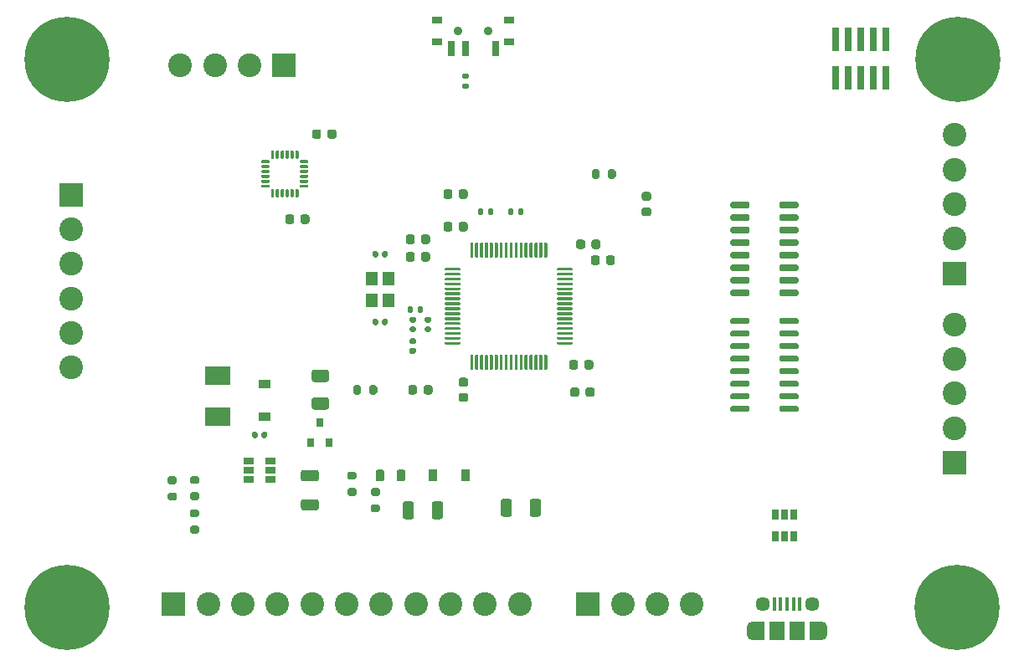
<source format=gbr>
%TF.GenerationSoftware,KiCad,Pcbnew,(5.1.8)-1*%
%TF.CreationDate,2020-12-28T13:01:50-08:00*%
%TF.ProjectId,STMboard,53544d62-6f61-4726-942e-6b696361645f,rev?*%
%TF.SameCoordinates,Original*%
%TF.FileFunction,Soldermask,Top*%
%TF.FilePolarity,Negative*%
%FSLAX46Y46*%
G04 Gerber Fmt 4.6, Leading zero omitted, Abs format (unit mm)*
G04 Created by KiCad (PCBNEW (5.1.8)-1) date 2020-12-28 13:01:50*
%MOMM*%
%LPD*%
G01*
G04 APERTURE LIST*
%ADD10R,0.740000X2.400000*%
%ADD11R,2.400000X2.400000*%
%ADD12C,2.400000*%
%ADD13C,0.900000*%
%ADD14C,8.600000*%
%ADD15R,0.900000X1.200000*%
%ADD16R,1.200000X0.900000*%
%ADD17R,1.200000X1.400000*%
%ADD18R,1.500000X1.900000*%
%ADD19C,1.450000*%
%ADD20R,0.400000X1.350000*%
%ADD21O,1.200000X1.900000*%
%ADD22R,1.200000X1.900000*%
%ADD23R,2.500000X1.900000*%
%ADD24R,0.800000X0.900000*%
%ADD25R,0.700000X1.500000*%
%ADD26R,1.000000X0.800000*%
%ADD27R,1.060000X0.650000*%
%ADD28R,0.650000X1.060000*%
G04 APERTURE END LIST*
%TO.C,L2*%
G36*
G01*
X130462500Y-103845000D02*
X130117500Y-103845000D01*
G75*
G02*
X129970000Y-103697500I0J147500D01*
G01*
X129970000Y-103402500D01*
G75*
G02*
X130117500Y-103255000I147500J0D01*
G01*
X130462500Y-103255000D01*
G75*
G02*
X130610000Y-103402500I0J-147500D01*
G01*
X130610000Y-103697500D01*
G75*
G02*
X130462500Y-103845000I-147500J0D01*
G01*
G37*
G36*
G01*
X130462500Y-104815000D02*
X130117500Y-104815000D01*
G75*
G02*
X129970000Y-104667500I0J147500D01*
G01*
X129970000Y-104372500D01*
G75*
G02*
X130117500Y-104225000I147500J0D01*
G01*
X130462500Y-104225000D01*
G75*
G02*
X130610000Y-104372500I0J-147500D01*
G01*
X130610000Y-104667500D01*
G75*
G02*
X130462500Y-104815000I-147500J0D01*
G01*
G37*
%TD*%
%TO.C,FB1*%
G36*
G01*
X126550000Y-117511250D02*
X126550000Y-116748750D01*
G75*
G02*
X126768750Y-116530000I218750J0D01*
G01*
X127206250Y-116530000D01*
G75*
G02*
X127425000Y-116748750I0J-218750D01*
G01*
X127425000Y-117511250D01*
G75*
G02*
X127206250Y-117730000I-218750J0D01*
G01*
X126768750Y-117730000D01*
G75*
G02*
X126550000Y-117511250I0J218750D01*
G01*
G37*
G36*
G01*
X128675000Y-117511250D02*
X128675000Y-116748750D01*
G75*
G02*
X128893750Y-116530000I218750J0D01*
G01*
X129331250Y-116530000D01*
G75*
G02*
X129550000Y-116748750I0J-218750D01*
G01*
X129550000Y-117511250D01*
G75*
G02*
X129331250Y-117730000I-218750J0D01*
G01*
X128893750Y-117730000D01*
G75*
G02*
X128675000Y-117511250I0J218750D01*
G01*
G37*
%TD*%
%TO.C,C13*%
G36*
G01*
X115008000Y-113200000D02*
X115008000Y-112860000D01*
G75*
G02*
X115148000Y-112720000I140000J0D01*
G01*
X115428000Y-112720000D01*
G75*
G02*
X115568000Y-112860000I0J-140000D01*
G01*
X115568000Y-113200000D01*
G75*
G02*
X115428000Y-113340000I-140000J0D01*
G01*
X115148000Y-113340000D01*
G75*
G02*
X115008000Y-113200000I0J140000D01*
G01*
G37*
G36*
G01*
X114048000Y-113200000D02*
X114048000Y-112860000D01*
G75*
G02*
X114188000Y-112720000I140000J0D01*
G01*
X114468000Y-112720000D01*
G75*
G02*
X114608000Y-112860000I0J-140000D01*
G01*
X114608000Y-113200000D01*
G75*
G02*
X114468000Y-113340000I-140000J0D01*
G01*
X114188000Y-113340000D01*
G75*
G02*
X114048000Y-113200000I0J140000D01*
G01*
G37*
%TD*%
D10*
%TO.C,J3*%
X173020000Y-76870000D03*
X173020000Y-72970000D03*
X174290000Y-76870000D03*
X174290000Y-72970000D03*
X175560000Y-76870000D03*
X175560000Y-72970000D03*
X176830000Y-76870000D03*
X176830000Y-72970000D03*
X178100000Y-76870000D03*
X178100000Y-72970000D03*
%TD*%
%TO.C,C12*%
G36*
G01*
X120125000Y-82830000D02*
X120125000Y-82330000D01*
G75*
G02*
X120350000Y-82105000I225000J0D01*
G01*
X120800000Y-82105000D01*
G75*
G02*
X121025000Y-82330000I0J-225000D01*
G01*
X121025000Y-82830000D01*
G75*
G02*
X120800000Y-83055000I-225000J0D01*
G01*
X120350000Y-83055000D01*
G75*
G02*
X120125000Y-82830000I0J225000D01*
G01*
G37*
G36*
G01*
X121675000Y-82830000D02*
X121675000Y-82330000D01*
G75*
G02*
X121900000Y-82105000I225000J0D01*
G01*
X122350000Y-82105000D01*
G75*
G02*
X122575000Y-82330000I0J-225000D01*
G01*
X122575000Y-82830000D01*
G75*
G02*
X122350000Y-83055000I-225000J0D01*
G01*
X121900000Y-83055000D01*
G75*
G02*
X121675000Y-82830000I0J225000D01*
G01*
G37*
%TD*%
%TO.C,C4*%
G36*
G01*
X148295000Y-95590000D02*
X148295000Y-95090000D01*
G75*
G02*
X148520000Y-94865000I225000J0D01*
G01*
X148970000Y-94865000D01*
G75*
G02*
X149195000Y-95090000I0J-225000D01*
G01*
X149195000Y-95590000D01*
G75*
G02*
X148970000Y-95815000I-225000J0D01*
G01*
X148520000Y-95815000D01*
G75*
G02*
X148295000Y-95590000I0J225000D01*
G01*
G37*
G36*
G01*
X149845000Y-95590000D02*
X149845000Y-95090000D01*
G75*
G02*
X150070000Y-94865000I225000J0D01*
G01*
X150520000Y-94865000D01*
G75*
G02*
X150745000Y-95090000I0J-225000D01*
G01*
X150745000Y-95590000D01*
G75*
G02*
X150520000Y-95815000I-225000J0D01*
G01*
X150070000Y-95815000D01*
G75*
G02*
X149845000Y-95590000I0J225000D01*
G01*
G37*
%TD*%
%TO.C,U1*%
G36*
G01*
X133550000Y-96325000D02*
X133550000Y-96175000D01*
G75*
G02*
X133625000Y-96100000I75000J0D01*
G01*
X135025000Y-96100000D01*
G75*
G02*
X135100000Y-96175000I0J-75000D01*
G01*
X135100000Y-96325000D01*
G75*
G02*
X135025000Y-96400000I-75000J0D01*
G01*
X133625000Y-96400000D01*
G75*
G02*
X133550000Y-96325000I0J75000D01*
G01*
G37*
G36*
G01*
X133550000Y-96825000D02*
X133550000Y-96675000D01*
G75*
G02*
X133625000Y-96600000I75000J0D01*
G01*
X135025000Y-96600000D01*
G75*
G02*
X135100000Y-96675000I0J-75000D01*
G01*
X135100000Y-96825000D01*
G75*
G02*
X135025000Y-96900000I-75000J0D01*
G01*
X133625000Y-96900000D01*
G75*
G02*
X133550000Y-96825000I0J75000D01*
G01*
G37*
G36*
G01*
X133550000Y-97325000D02*
X133550000Y-97175000D01*
G75*
G02*
X133625000Y-97100000I75000J0D01*
G01*
X135025000Y-97100000D01*
G75*
G02*
X135100000Y-97175000I0J-75000D01*
G01*
X135100000Y-97325000D01*
G75*
G02*
X135025000Y-97400000I-75000J0D01*
G01*
X133625000Y-97400000D01*
G75*
G02*
X133550000Y-97325000I0J75000D01*
G01*
G37*
G36*
G01*
X133550000Y-97825000D02*
X133550000Y-97675000D01*
G75*
G02*
X133625000Y-97600000I75000J0D01*
G01*
X135025000Y-97600000D01*
G75*
G02*
X135100000Y-97675000I0J-75000D01*
G01*
X135100000Y-97825000D01*
G75*
G02*
X135025000Y-97900000I-75000J0D01*
G01*
X133625000Y-97900000D01*
G75*
G02*
X133550000Y-97825000I0J75000D01*
G01*
G37*
G36*
G01*
X133550000Y-98325000D02*
X133550000Y-98175000D01*
G75*
G02*
X133625000Y-98100000I75000J0D01*
G01*
X135025000Y-98100000D01*
G75*
G02*
X135100000Y-98175000I0J-75000D01*
G01*
X135100000Y-98325000D01*
G75*
G02*
X135025000Y-98400000I-75000J0D01*
G01*
X133625000Y-98400000D01*
G75*
G02*
X133550000Y-98325000I0J75000D01*
G01*
G37*
G36*
G01*
X133550000Y-98825000D02*
X133550000Y-98675000D01*
G75*
G02*
X133625000Y-98600000I75000J0D01*
G01*
X135025000Y-98600000D01*
G75*
G02*
X135100000Y-98675000I0J-75000D01*
G01*
X135100000Y-98825000D01*
G75*
G02*
X135025000Y-98900000I-75000J0D01*
G01*
X133625000Y-98900000D01*
G75*
G02*
X133550000Y-98825000I0J75000D01*
G01*
G37*
G36*
G01*
X133550000Y-99325000D02*
X133550000Y-99175000D01*
G75*
G02*
X133625000Y-99100000I75000J0D01*
G01*
X135025000Y-99100000D01*
G75*
G02*
X135100000Y-99175000I0J-75000D01*
G01*
X135100000Y-99325000D01*
G75*
G02*
X135025000Y-99400000I-75000J0D01*
G01*
X133625000Y-99400000D01*
G75*
G02*
X133550000Y-99325000I0J75000D01*
G01*
G37*
G36*
G01*
X133550000Y-99825000D02*
X133550000Y-99675000D01*
G75*
G02*
X133625000Y-99600000I75000J0D01*
G01*
X135025000Y-99600000D01*
G75*
G02*
X135100000Y-99675000I0J-75000D01*
G01*
X135100000Y-99825000D01*
G75*
G02*
X135025000Y-99900000I-75000J0D01*
G01*
X133625000Y-99900000D01*
G75*
G02*
X133550000Y-99825000I0J75000D01*
G01*
G37*
G36*
G01*
X133550000Y-100325000D02*
X133550000Y-100175000D01*
G75*
G02*
X133625000Y-100100000I75000J0D01*
G01*
X135025000Y-100100000D01*
G75*
G02*
X135100000Y-100175000I0J-75000D01*
G01*
X135100000Y-100325000D01*
G75*
G02*
X135025000Y-100400000I-75000J0D01*
G01*
X133625000Y-100400000D01*
G75*
G02*
X133550000Y-100325000I0J75000D01*
G01*
G37*
G36*
G01*
X133550000Y-100825000D02*
X133550000Y-100675000D01*
G75*
G02*
X133625000Y-100600000I75000J0D01*
G01*
X135025000Y-100600000D01*
G75*
G02*
X135100000Y-100675000I0J-75000D01*
G01*
X135100000Y-100825000D01*
G75*
G02*
X135025000Y-100900000I-75000J0D01*
G01*
X133625000Y-100900000D01*
G75*
G02*
X133550000Y-100825000I0J75000D01*
G01*
G37*
G36*
G01*
X133550000Y-101325000D02*
X133550000Y-101175000D01*
G75*
G02*
X133625000Y-101100000I75000J0D01*
G01*
X135025000Y-101100000D01*
G75*
G02*
X135100000Y-101175000I0J-75000D01*
G01*
X135100000Y-101325000D01*
G75*
G02*
X135025000Y-101400000I-75000J0D01*
G01*
X133625000Y-101400000D01*
G75*
G02*
X133550000Y-101325000I0J75000D01*
G01*
G37*
G36*
G01*
X133550000Y-101825000D02*
X133550000Y-101675000D01*
G75*
G02*
X133625000Y-101600000I75000J0D01*
G01*
X135025000Y-101600000D01*
G75*
G02*
X135100000Y-101675000I0J-75000D01*
G01*
X135100000Y-101825000D01*
G75*
G02*
X135025000Y-101900000I-75000J0D01*
G01*
X133625000Y-101900000D01*
G75*
G02*
X133550000Y-101825000I0J75000D01*
G01*
G37*
G36*
G01*
X133550000Y-102325000D02*
X133550000Y-102175000D01*
G75*
G02*
X133625000Y-102100000I75000J0D01*
G01*
X135025000Y-102100000D01*
G75*
G02*
X135100000Y-102175000I0J-75000D01*
G01*
X135100000Y-102325000D01*
G75*
G02*
X135025000Y-102400000I-75000J0D01*
G01*
X133625000Y-102400000D01*
G75*
G02*
X133550000Y-102325000I0J75000D01*
G01*
G37*
G36*
G01*
X133550000Y-102825000D02*
X133550000Y-102675000D01*
G75*
G02*
X133625000Y-102600000I75000J0D01*
G01*
X135025000Y-102600000D01*
G75*
G02*
X135100000Y-102675000I0J-75000D01*
G01*
X135100000Y-102825000D01*
G75*
G02*
X135025000Y-102900000I-75000J0D01*
G01*
X133625000Y-102900000D01*
G75*
G02*
X133550000Y-102825000I0J75000D01*
G01*
G37*
G36*
G01*
X133550000Y-103325000D02*
X133550000Y-103175000D01*
G75*
G02*
X133625000Y-103100000I75000J0D01*
G01*
X135025000Y-103100000D01*
G75*
G02*
X135100000Y-103175000I0J-75000D01*
G01*
X135100000Y-103325000D01*
G75*
G02*
X135025000Y-103400000I-75000J0D01*
G01*
X133625000Y-103400000D01*
G75*
G02*
X133550000Y-103325000I0J75000D01*
G01*
G37*
G36*
G01*
X133550000Y-103825000D02*
X133550000Y-103675000D01*
G75*
G02*
X133625000Y-103600000I75000J0D01*
G01*
X135025000Y-103600000D01*
G75*
G02*
X135100000Y-103675000I0J-75000D01*
G01*
X135100000Y-103825000D01*
G75*
G02*
X135025000Y-103900000I-75000J0D01*
G01*
X133625000Y-103900000D01*
G75*
G02*
X133550000Y-103825000I0J75000D01*
G01*
G37*
G36*
G01*
X136100000Y-106375000D02*
X136100000Y-104975000D01*
G75*
G02*
X136175000Y-104900000I75000J0D01*
G01*
X136325000Y-104900000D01*
G75*
G02*
X136400000Y-104975000I0J-75000D01*
G01*
X136400000Y-106375000D01*
G75*
G02*
X136325000Y-106450000I-75000J0D01*
G01*
X136175000Y-106450000D01*
G75*
G02*
X136100000Y-106375000I0J75000D01*
G01*
G37*
G36*
G01*
X136600000Y-106375000D02*
X136600000Y-104975000D01*
G75*
G02*
X136675000Y-104900000I75000J0D01*
G01*
X136825000Y-104900000D01*
G75*
G02*
X136900000Y-104975000I0J-75000D01*
G01*
X136900000Y-106375000D01*
G75*
G02*
X136825000Y-106450000I-75000J0D01*
G01*
X136675000Y-106450000D01*
G75*
G02*
X136600000Y-106375000I0J75000D01*
G01*
G37*
G36*
G01*
X137100000Y-106375000D02*
X137100000Y-104975000D01*
G75*
G02*
X137175000Y-104900000I75000J0D01*
G01*
X137325000Y-104900000D01*
G75*
G02*
X137400000Y-104975000I0J-75000D01*
G01*
X137400000Y-106375000D01*
G75*
G02*
X137325000Y-106450000I-75000J0D01*
G01*
X137175000Y-106450000D01*
G75*
G02*
X137100000Y-106375000I0J75000D01*
G01*
G37*
G36*
G01*
X137600000Y-106375000D02*
X137600000Y-104975000D01*
G75*
G02*
X137675000Y-104900000I75000J0D01*
G01*
X137825000Y-104900000D01*
G75*
G02*
X137900000Y-104975000I0J-75000D01*
G01*
X137900000Y-106375000D01*
G75*
G02*
X137825000Y-106450000I-75000J0D01*
G01*
X137675000Y-106450000D01*
G75*
G02*
X137600000Y-106375000I0J75000D01*
G01*
G37*
G36*
G01*
X138100000Y-106375000D02*
X138100000Y-104975000D01*
G75*
G02*
X138175000Y-104900000I75000J0D01*
G01*
X138325000Y-104900000D01*
G75*
G02*
X138400000Y-104975000I0J-75000D01*
G01*
X138400000Y-106375000D01*
G75*
G02*
X138325000Y-106450000I-75000J0D01*
G01*
X138175000Y-106450000D01*
G75*
G02*
X138100000Y-106375000I0J75000D01*
G01*
G37*
G36*
G01*
X138600000Y-106375000D02*
X138600000Y-104975000D01*
G75*
G02*
X138675000Y-104900000I75000J0D01*
G01*
X138825000Y-104900000D01*
G75*
G02*
X138900000Y-104975000I0J-75000D01*
G01*
X138900000Y-106375000D01*
G75*
G02*
X138825000Y-106450000I-75000J0D01*
G01*
X138675000Y-106450000D01*
G75*
G02*
X138600000Y-106375000I0J75000D01*
G01*
G37*
G36*
G01*
X139100000Y-106375000D02*
X139100000Y-104975000D01*
G75*
G02*
X139175000Y-104900000I75000J0D01*
G01*
X139325000Y-104900000D01*
G75*
G02*
X139400000Y-104975000I0J-75000D01*
G01*
X139400000Y-106375000D01*
G75*
G02*
X139325000Y-106450000I-75000J0D01*
G01*
X139175000Y-106450000D01*
G75*
G02*
X139100000Y-106375000I0J75000D01*
G01*
G37*
G36*
G01*
X139600000Y-106375000D02*
X139600000Y-104975000D01*
G75*
G02*
X139675000Y-104900000I75000J0D01*
G01*
X139825000Y-104900000D01*
G75*
G02*
X139900000Y-104975000I0J-75000D01*
G01*
X139900000Y-106375000D01*
G75*
G02*
X139825000Y-106450000I-75000J0D01*
G01*
X139675000Y-106450000D01*
G75*
G02*
X139600000Y-106375000I0J75000D01*
G01*
G37*
G36*
G01*
X140100000Y-106375000D02*
X140100000Y-104975000D01*
G75*
G02*
X140175000Y-104900000I75000J0D01*
G01*
X140325000Y-104900000D01*
G75*
G02*
X140400000Y-104975000I0J-75000D01*
G01*
X140400000Y-106375000D01*
G75*
G02*
X140325000Y-106450000I-75000J0D01*
G01*
X140175000Y-106450000D01*
G75*
G02*
X140100000Y-106375000I0J75000D01*
G01*
G37*
G36*
G01*
X140600000Y-106375000D02*
X140600000Y-104975000D01*
G75*
G02*
X140675000Y-104900000I75000J0D01*
G01*
X140825000Y-104900000D01*
G75*
G02*
X140900000Y-104975000I0J-75000D01*
G01*
X140900000Y-106375000D01*
G75*
G02*
X140825000Y-106450000I-75000J0D01*
G01*
X140675000Y-106450000D01*
G75*
G02*
X140600000Y-106375000I0J75000D01*
G01*
G37*
G36*
G01*
X141100000Y-106375000D02*
X141100000Y-104975000D01*
G75*
G02*
X141175000Y-104900000I75000J0D01*
G01*
X141325000Y-104900000D01*
G75*
G02*
X141400000Y-104975000I0J-75000D01*
G01*
X141400000Y-106375000D01*
G75*
G02*
X141325000Y-106450000I-75000J0D01*
G01*
X141175000Y-106450000D01*
G75*
G02*
X141100000Y-106375000I0J75000D01*
G01*
G37*
G36*
G01*
X141600000Y-106375000D02*
X141600000Y-104975000D01*
G75*
G02*
X141675000Y-104900000I75000J0D01*
G01*
X141825000Y-104900000D01*
G75*
G02*
X141900000Y-104975000I0J-75000D01*
G01*
X141900000Y-106375000D01*
G75*
G02*
X141825000Y-106450000I-75000J0D01*
G01*
X141675000Y-106450000D01*
G75*
G02*
X141600000Y-106375000I0J75000D01*
G01*
G37*
G36*
G01*
X142100000Y-106375000D02*
X142100000Y-104975000D01*
G75*
G02*
X142175000Y-104900000I75000J0D01*
G01*
X142325000Y-104900000D01*
G75*
G02*
X142400000Y-104975000I0J-75000D01*
G01*
X142400000Y-106375000D01*
G75*
G02*
X142325000Y-106450000I-75000J0D01*
G01*
X142175000Y-106450000D01*
G75*
G02*
X142100000Y-106375000I0J75000D01*
G01*
G37*
G36*
G01*
X142600000Y-106375000D02*
X142600000Y-104975000D01*
G75*
G02*
X142675000Y-104900000I75000J0D01*
G01*
X142825000Y-104900000D01*
G75*
G02*
X142900000Y-104975000I0J-75000D01*
G01*
X142900000Y-106375000D01*
G75*
G02*
X142825000Y-106450000I-75000J0D01*
G01*
X142675000Y-106450000D01*
G75*
G02*
X142600000Y-106375000I0J75000D01*
G01*
G37*
G36*
G01*
X143100000Y-106375000D02*
X143100000Y-104975000D01*
G75*
G02*
X143175000Y-104900000I75000J0D01*
G01*
X143325000Y-104900000D01*
G75*
G02*
X143400000Y-104975000I0J-75000D01*
G01*
X143400000Y-106375000D01*
G75*
G02*
X143325000Y-106450000I-75000J0D01*
G01*
X143175000Y-106450000D01*
G75*
G02*
X143100000Y-106375000I0J75000D01*
G01*
G37*
G36*
G01*
X143600000Y-106375000D02*
X143600000Y-104975000D01*
G75*
G02*
X143675000Y-104900000I75000J0D01*
G01*
X143825000Y-104900000D01*
G75*
G02*
X143900000Y-104975000I0J-75000D01*
G01*
X143900000Y-106375000D01*
G75*
G02*
X143825000Y-106450000I-75000J0D01*
G01*
X143675000Y-106450000D01*
G75*
G02*
X143600000Y-106375000I0J75000D01*
G01*
G37*
G36*
G01*
X144900000Y-103825000D02*
X144900000Y-103675000D01*
G75*
G02*
X144975000Y-103600000I75000J0D01*
G01*
X146375000Y-103600000D01*
G75*
G02*
X146450000Y-103675000I0J-75000D01*
G01*
X146450000Y-103825000D01*
G75*
G02*
X146375000Y-103900000I-75000J0D01*
G01*
X144975000Y-103900000D01*
G75*
G02*
X144900000Y-103825000I0J75000D01*
G01*
G37*
G36*
G01*
X144900000Y-103325000D02*
X144900000Y-103175000D01*
G75*
G02*
X144975000Y-103100000I75000J0D01*
G01*
X146375000Y-103100000D01*
G75*
G02*
X146450000Y-103175000I0J-75000D01*
G01*
X146450000Y-103325000D01*
G75*
G02*
X146375000Y-103400000I-75000J0D01*
G01*
X144975000Y-103400000D01*
G75*
G02*
X144900000Y-103325000I0J75000D01*
G01*
G37*
G36*
G01*
X144900000Y-102825000D02*
X144900000Y-102675000D01*
G75*
G02*
X144975000Y-102600000I75000J0D01*
G01*
X146375000Y-102600000D01*
G75*
G02*
X146450000Y-102675000I0J-75000D01*
G01*
X146450000Y-102825000D01*
G75*
G02*
X146375000Y-102900000I-75000J0D01*
G01*
X144975000Y-102900000D01*
G75*
G02*
X144900000Y-102825000I0J75000D01*
G01*
G37*
G36*
G01*
X144900000Y-102325000D02*
X144900000Y-102175000D01*
G75*
G02*
X144975000Y-102100000I75000J0D01*
G01*
X146375000Y-102100000D01*
G75*
G02*
X146450000Y-102175000I0J-75000D01*
G01*
X146450000Y-102325000D01*
G75*
G02*
X146375000Y-102400000I-75000J0D01*
G01*
X144975000Y-102400000D01*
G75*
G02*
X144900000Y-102325000I0J75000D01*
G01*
G37*
G36*
G01*
X144900000Y-101825000D02*
X144900000Y-101675000D01*
G75*
G02*
X144975000Y-101600000I75000J0D01*
G01*
X146375000Y-101600000D01*
G75*
G02*
X146450000Y-101675000I0J-75000D01*
G01*
X146450000Y-101825000D01*
G75*
G02*
X146375000Y-101900000I-75000J0D01*
G01*
X144975000Y-101900000D01*
G75*
G02*
X144900000Y-101825000I0J75000D01*
G01*
G37*
G36*
G01*
X144900000Y-101325000D02*
X144900000Y-101175000D01*
G75*
G02*
X144975000Y-101100000I75000J0D01*
G01*
X146375000Y-101100000D01*
G75*
G02*
X146450000Y-101175000I0J-75000D01*
G01*
X146450000Y-101325000D01*
G75*
G02*
X146375000Y-101400000I-75000J0D01*
G01*
X144975000Y-101400000D01*
G75*
G02*
X144900000Y-101325000I0J75000D01*
G01*
G37*
G36*
G01*
X144900000Y-100825000D02*
X144900000Y-100675000D01*
G75*
G02*
X144975000Y-100600000I75000J0D01*
G01*
X146375000Y-100600000D01*
G75*
G02*
X146450000Y-100675000I0J-75000D01*
G01*
X146450000Y-100825000D01*
G75*
G02*
X146375000Y-100900000I-75000J0D01*
G01*
X144975000Y-100900000D01*
G75*
G02*
X144900000Y-100825000I0J75000D01*
G01*
G37*
G36*
G01*
X144900000Y-100325000D02*
X144900000Y-100175000D01*
G75*
G02*
X144975000Y-100100000I75000J0D01*
G01*
X146375000Y-100100000D01*
G75*
G02*
X146450000Y-100175000I0J-75000D01*
G01*
X146450000Y-100325000D01*
G75*
G02*
X146375000Y-100400000I-75000J0D01*
G01*
X144975000Y-100400000D01*
G75*
G02*
X144900000Y-100325000I0J75000D01*
G01*
G37*
G36*
G01*
X144900000Y-99825000D02*
X144900000Y-99675000D01*
G75*
G02*
X144975000Y-99600000I75000J0D01*
G01*
X146375000Y-99600000D01*
G75*
G02*
X146450000Y-99675000I0J-75000D01*
G01*
X146450000Y-99825000D01*
G75*
G02*
X146375000Y-99900000I-75000J0D01*
G01*
X144975000Y-99900000D01*
G75*
G02*
X144900000Y-99825000I0J75000D01*
G01*
G37*
G36*
G01*
X144900000Y-99325000D02*
X144900000Y-99175000D01*
G75*
G02*
X144975000Y-99100000I75000J0D01*
G01*
X146375000Y-99100000D01*
G75*
G02*
X146450000Y-99175000I0J-75000D01*
G01*
X146450000Y-99325000D01*
G75*
G02*
X146375000Y-99400000I-75000J0D01*
G01*
X144975000Y-99400000D01*
G75*
G02*
X144900000Y-99325000I0J75000D01*
G01*
G37*
G36*
G01*
X144900000Y-98825000D02*
X144900000Y-98675000D01*
G75*
G02*
X144975000Y-98600000I75000J0D01*
G01*
X146375000Y-98600000D01*
G75*
G02*
X146450000Y-98675000I0J-75000D01*
G01*
X146450000Y-98825000D01*
G75*
G02*
X146375000Y-98900000I-75000J0D01*
G01*
X144975000Y-98900000D01*
G75*
G02*
X144900000Y-98825000I0J75000D01*
G01*
G37*
G36*
G01*
X144900000Y-98325000D02*
X144900000Y-98175000D01*
G75*
G02*
X144975000Y-98100000I75000J0D01*
G01*
X146375000Y-98100000D01*
G75*
G02*
X146450000Y-98175000I0J-75000D01*
G01*
X146450000Y-98325000D01*
G75*
G02*
X146375000Y-98400000I-75000J0D01*
G01*
X144975000Y-98400000D01*
G75*
G02*
X144900000Y-98325000I0J75000D01*
G01*
G37*
G36*
G01*
X144900000Y-97825000D02*
X144900000Y-97675000D01*
G75*
G02*
X144975000Y-97600000I75000J0D01*
G01*
X146375000Y-97600000D01*
G75*
G02*
X146450000Y-97675000I0J-75000D01*
G01*
X146450000Y-97825000D01*
G75*
G02*
X146375000Y-97900000I-75000J0D01*
G01*
X144975000Y-97900000D01*
G75*
G02*
X144900000Y-97825000I0J75000D01*
G01*
G37*
G36*
G01*
X144900000Y-97325000D02*
X144900000Y-97175000D01*
G75*
G02*
X144975000Y-97100000I75000J0D01*
G01*
X146375000Y-97100000D01*
G75*
G02*
X146450000Y-97175000I0J-75000D01*
G01*
X146450000Y-97325000D01*
G75*
G02*
X146375000Y-97400000I-75000J0D01*
G01*
X144975000Y-97400000D01*
G75*
G02*
X144900000Y-97325000I0J75000D01*
G01*
G37*
G36*
G01*
X144900000Y-96825000D02*
X144900000Y-96675000D01*
G75*
G02*
X144975000Y-96600000I75000J0D01*
G01*
X146375000Y-96600000D01*
G75*
G02*
X146450000Y-96675000I0J-75000D01*
G01*
X146450000Y-96825000D01*
G75*
G02*
X146375000Y-96900000I-75000J0D01*
G01*
X144975000Y-96900000D01*
G75*
G02*
X144900000Y-96825000I0J75000D01*
G01*
G37*
G36*
G01*
X144900000Y-96325000D02*
X144900000Y-96175000D01*
G75*
G02*
X144975000Y-96100000I75000J0D01*
G01*
X146375000Y-96100000D01*
G75*
G02*
X146450000Y-96175000I0J-75000D01*
G01*
X146450000Y-96325000D01*
G75*
G02*
X146375000Y-96400000I-75000J0D01*
G01*
X144975000Y-96400000D01*
G75*
G02*
X144900000Y-96325000I0J75000D01*
G01*
G37*
G36*
G01*
X143600000Y-95025000D02*
X143600000Y-93625000D01*
G75*
G02*
X143675000Y-93550000I75000J0D01*
G01*
X143825000Y-93550000D01*
G75*
G02*
X143900000Y-93625000I0J-75000D01*
G01*
X143900000Y-95025000D01*
G75*
G02*
X143825000Y-95100000I-75000J0D01*
G01*
X143675000Y-95100000D01*
G75*
G02*
X143600000Y-95025000I0J75000D01*
G01*
G37*
G36*
G01*
X143100000Y-95025000D02*
X143100000Y-93625000D01*
G75*
G02*
X143175000Y-93550000I75000J0D01*
G01*
X143325000Y-93550000D01*
G75*
G02*
X143400000Y-93625000I0J-75000D01*
G01*
X143400000Y-95025000D01*
G75*
G02*
X143325000Y-95100000I-75000J0D01*
G01*
X143175000Y-95100000D01*
G75*
G02*
X143100000Y-95025000I0J75000D01*
G01*
G37*
G36*
G01*
X142600000Y-95025000D02*
X142600000Y-93625000D01*
G75*
G02*
X142675000Y-93550000I75000J0D01*
G01*
X142825000Y-93550000D01*
G75*
G02*
X142900000Y-93625000I0J-75000D01*
G01*
X142900000Y-95025000D01*
G75*
G02*
X142825000Y-95100000I-75000J0D01*
G01*
X142675000Y-95100000D01*
G75*
G02*
X142600000Y-95025000I0J75000D01*
G01*
G37*
G36*
G01*
X142100000Y-95025000D02*
X142100000Y-93625000D01*
G75*
G02*
X142175000Y-93550000I75000J0D01*
G01*
X142325000Y-93550000D01*
G75*
G02*
X142400000Y-93625000I0J-75000D01*
G01*
X142400000Y-95025000D01*
G75*
G02*
X142325000Y-95100000I-75000J0D01*
G01*
X142175000Y-95100000D01*
G75*
G02*
X142100000Y-95025000I0J75000D01*
G01*
G37*
G36*
G01*
X141600000Y-95025000D02*
X141600000Y-93625000D01*
G75*
G02*
X141675000Y-93550000I75000J0D01*
G01*
X141825000Y-93550000D01*
G75*
G02*
X141900000Y-93625000I0J-75000D01*
G01*
X141900000Y-95025000D01*
G75*
G02*
X141825000Y-95100000I-75000J0D01*
G01*
X141675000Y-95100000D01*
G75*
G02*
X141600000Y-95025000I0J75000D01*
G01*
G37*
G36*
G01*
X141100000Y-95025000D02*
X141100000Y-93625000D01*
G75*
G02*
X141175000Y-93550000I75000J0D01*
G01*
X141325000Y-93550000D01*
G75*
G02*
X141400000Y-93625000I0J-75000D01*
G01*
X141400000Y-95025000D01*
G75*
G02*
X141325000Y-95100000I-75000J0D01*
G01*
X141175000Y-95100000D01*
G75*
G02*
X141100000Y-95025000I0J75000D01*
G01*
G37*
G36*
G01*
X140600000Y-95025000D02*
X140600000Y-93625000D01*
G75*
G02*
X140675000Y-93550000I75000J0D01*
G01*
X140825000Y-93550000D01*
G75*
G02*
X140900000Y-93625000I0J-75000D01*
G01*
X140900000Y-95025000D01*
G75*
G02*
X140825000Y-95100000I-75000J0D01*
G01*
X140675000Y-95100000D01*
G75*
G02*
X140600000Y-95025000I0J75000D01*
G01*
G37*
G36*
G01*
X140100000Y-95025000D02*
X140100000Y-93625000D01*
G75*
G02*
X140175000Y-93550000I75000J0D01*
G01*
X140325000Y-93550000D01*
G75*
G02*
X140400000Y-93625000I0J-75000D01*
G01*
X140400000Y-95025000D01*
G75*
G02*
X140325000Y-95100000I-75000J0D01*
G01*
X140175000Y-95100000D01*
G75*
G02*
X140100000Y-95025000I0J75000D01*
G01*
G37*
G36*
G01*
X139600000Y-95025000D02*
X139600000Y-93625000D01*
G75*
G02*
X139675000Y-93550000I75000J0D01*
G01*
X139825000Y-93550000D01*
G75*
G02*
X139900000Y-93625000I0J-75000D01*
G01*
X139900000Y-95025000D01*
G75*
G02*
X139825000Y-95100000I-75000J0D01*
G01*
X139675000Y-95100000D01*
G75*
G02*
X139600000Y-95025000I0J75000D01*
G01*
G37*
G36*
G01*
X139100000Y-95025000D02*
X139100000Y-93625000D01*
G75*
G02*
X139175000Y-93550000I75000J0D01*
G01*
X139325000Y-93550000D01*
G75*
G02*
X139400000Y-93625000I0J-75000D01*
G01*
X139400000Y-95025000D01*
G75*
G02*
X139325000Y-95100000I-75000J0D01*
G01*
X139175000Y-95100000D01*
G75*
G02*
X139100000Y-95025000I0J75000D01*
G01*
G37*
G36*
G01*
X138600000Y-95025000D02*
X138600000Y-93625000D01*
G75*
G02*
X138675000Y-93550000I75000J0D01*
G01*
X138825000Y-93550000D01*
G75*
G02*
X138900000Y-93625000I0J-75000D01*
G01*
X138900000Y-95025000D01*
G75*
G02*
X138825000Y-95100000I-75000J0D01*
G01*
X138675000Y-95100000D01*
G75*
G02*
X138600000Y-95025000I0J75000D01*
G01*
G37*
G36*
G01*
X138100000Y-95025000D02*
X138100000Y-93625000D01*
G75*
G02*
X138175000Y-93550000I75000J0D01*
G01*
X138325000Y-93550000D01*
G75*
G02*
X138400000Y-93625000I0J-75000D01*
G01*
X138400000Y-95025000D01*
G75*
G02*
X138325000Y-95100000I-75000J0D01*
G01*
X138175000Y-95100000D01*
G75*
G02*
X138100000Y-95025000I0J75000D01*
G01*
G37*
G36*
G01*
X137600000Y-95025000D02*
X137600000Y-93625000D01*
G75*
G02*
X137675000Y-93550000I75000J0D01*
G01*
X137825000Y-93550000D01*
G75*
G02*
X137900000Y-93625000I0J-75000D01*
G01*
X137900000Y-95025000D01*
G75*
G02*
X137825000Y-95100000I-75000J0D01*
G01*
X137675000Y-95100000D01*
G75*
G02*
X137600000Y-95025000I0J75000D01*
G01*
G37*
G36*
G01*
X137100000Y-95025000D02*
X137100000Y-93625000D01*
G75*
G02*
X137175000Y-93550000I75000J0D01*
G01*
X137325000Y-93550000D01*
G75*
G02*
X137400000Y-93625000I0J-75000D01*
G01*
X137400000Y-95025000D01*
G75*
G02*
X137325000Y-95100000I-75000J0D01*
G01*
X137175000Y-95100000D01*
G75*
G02*
X137100000Y-95025000I0J75000D01*
G01*
G37*
G36*
G01*
X136600000Y-95025000D02*
X136600000Y-93625000D01*
G75*
G02*
X136675000Y-93550000I75000J0D01*
G01*
X136825000Y-93550000D01*
G75*
G02*
X136900000Y-93625000I0J-75000D01*
G01*
X136900000Y-95025000D01*
G75*
G02*
X136825000Y-95100000I-75000J0D01*
G01*
X136675000Y-95100000D01*
G75*
G02*
X136600000Y-95025000I0J75000D01*
G01*
G37*
G36*
G01*
X136100000Y-95025000D02*
X136100000Y-93625000D01*
G75*
G02*
X136175000Y-93550000I75000J0D01*
G01*
X136325000Y-93550000D01*
G75*
G02*
X136400000Y-93625000I0J-75000D01*
G01*
X136400000Y-95025000D01*
G75*
G02*
X136325000Y-95100000I-75000J0D01*
G01*
X136175000Y-95100000D01*
G75*
G02*
X136100000Y-95025000I0J75000D01*
G01*
G37*
%TD*%
D11*
%TO.C,J8*%
X185110000Y-115830000D03*
D12*
X185110000Y-112330000D03*
X185110000Y-108830000D03*
X185110000Y-105330000D03*
X185110000Y-101830000D03*
%TD*%
%TO.C,R3*%
G36*
G01*
X124415000Y-117535000D02*
X123865000Y-117535000D01*
G75*
G02*
X123665000Y-117335000I0J200000D01*
G01*
X123665000Y-116935000D01*
G75*
G02*
X123865000Y-116735000I200000J0D01*
G01*
X124415000Y-116735000D01*
G75*
G02*
X124615000Y-116935000I0J-200000D01*
G01*
X124615000Y-117335000D01*
G75*
G02*
X124415000Y-117535000I-200000J0D01*
G01*
G37*
G36*
G01*
X124415000Y-119185000D02*
X123865000Y-119185000D01*
G75*
G02*
X123665000Y-118985000I0J200000D01*
G01*
X123665000Y-118585000D01*
G75*
G02*
X123865000Y-118385000I200000J0D01*
G01*
X124415000Y-118385000D01*
G75*
G02*
X124615000Y-118585000I0J-200000D01*
G01*
X124615000Y-118985000D01*
G75*
G02*
X124415000Y-119185000I-200000J0D01*
G01*
G37*
%TD*%
D13*
%TO.C,H1*%
X187655419Y-72719581D03*
X185375000Y-71775000D03*
X183094581Y-72719581D03*
X182150000Y-75000000D03*
X183094581Y-77280419D03*
X185375000Y-78225000D03*
X187655419Y-77280419D03*
X188600000Y-75000000D03*
D14*
X185375000Y-75000000D03*
%TD*%
%TO.C,C1*%
G36*
G01*
X130485000Y-94746000D02*
X130485000Y-95246000D01*
G75*
G02*
X130260000Y-95471000I-225000J0D01*
G01*
X129810000Y-95471000D01*
G75*
G02*
X129585000Y-95246000I0J225000D01*
G01*
X129585000Y-94746000D01*
G75*
G02*
X129810000Y-94521000I225000J0D01*
G01*
X130260000Y-94521000D01*
G75*
G02*
X130485000Y-94746000I0J-225000D01*
G01*
G37*
G36*
G01*
X132035000Y-94746000D02*
X132035000Y-95246000D01*
G75*
G02*
X131810000Y-95471000I-225000J0D01*
G01*
X131360000Y-95471000D01*
G75*
G02*
X131135000Y-95246000I0J225000D01*
G01*
X131135000Y-94746000D01*
G75*
G02*
X131360000Y-94521000I225000J0D01*
G01*
X131810000Y-94521000D01*
G75*
G02*
X132035000Y-94746000I0J-225000D01*
G01*
G37*
%TD*%
%TO.C,C2*%
G36*
G01*
X147775000Y-108940000D02*
X147775000Y-108440000D01*
G75*
G02*
X148000000Y-108215000I225000J0D01*
G01*
X148450000Y-108215000D01*
G75*
G02*
X148675000Y-108440000I0J-225000D01*
G01*
X148675000Y-108940000D01*
G75*
G02*
X148450000Y-109165000I-225000J0D01*
G01*
X148000000Y-109165000D01*
G75*
G02*
X147775000Y-108940000I0J225000D01*
G01*
G37*
G36*
G01*
X146225000Y-108940000D02*
X146225000Y-108440000D01*
G75*
G02*
X146450000Y-108215000I225000J0D01*
G01*
X146900000Y-108215000D01*
G75*
G02*
X147125000Y-108440000I0J-225000D01*
G01*
X147125000Y-108940000D01*
G75*
G02*
X146900000Y-109165000I-225000J0D01*
G01*
X146450000Y-109165000D01*
G75*
G02*
X146225000Y-108940000I0J225000D01*
G01*
G37*
%TD*%
%TO.C,C3*%
G36*
G01*
X132035000Y-92968000D02*
X132035000Y-93468000D01*
G75*
G02*
X131810000Y-93693000I-225000J0D01*
G01*
X131360000Y-93693000D01*
G75*
G02*
X131135000Y-93468000I0J225000D01*
G01*
X131135000Y-92968000D01*
G75*
G02*
X131360000Y-92743000I225000J0D01*
G01*
X131810000Y-92743000D01*
G75*
G02*
X132035000Y-92968000I0J-225000D01*
G01*
G37*
G36*
G01*
X130485000Y-92968000D02*
X130485000Y-93468000D01*
G75*
G02*
X130260000Y-93693000I-225000J0D01*
G01*
X129810000Y-93693000D01*
G75*
G02*
X129585000Y-93468000I0J225000D01*
G01*
X129585000Y-92968000D01*
G75*
G02*
X129810000Y-92743000I225000J0D01*
G01*
X130260000Y-92743000D01*
G75*
G02*
X130485000Y-92968000I0J-225000D01*
G01*
G37*
%TD*%
%TO.C,C5*%
G36*
G01*
X146095000Y-106168000D02*
X146095000Y-105668000D01*
G75*
G02*
X146320000Y-105443000I225000J0D01*
G01*
X146770000Y-105443000D01*
G75*
G02*
X146995000Y-105668000I0J-225000D01*
G01*
X146995000Y-106168000D01*
G75*
G02*
X146770000Y-106393000I-225000J0D01*
G01*
X146320000Y-106393000D01*
G75*
G02*
X146095000Y-106168000I0J225000D01*
G01*
G37*
G36*
G01*
X147645000Y-106168000D02*
X147645000Y-105668000D01*
G75*
G02*
X147870000Y-105443000I225000J0D01*
G01*
X148320000Y-105443000D01*
G75*
G02*
X148545000Y-105668000I0J-225000D01*
G01*
X148545000Y-106168000D01*
G75*
G02*
X148320000Y-106393000I-225000J0D01*
G01*
X147870000Y-106393000D01*
G75*
G02*
X147645000Y-106168000I0J225000D01*
G01*
G37*
%TD*%
%TO.C,C6*%
G36*
G01*
X134295000Y-91698000D02*
X134295000Y-92198000D01*
G75*
G02*
X134070000Y-92423000I-225000J0D01*
G01*
X133620000Y-92423000D01*
G75*
G02*
X133395000Y-92198000I0J225000D01*
G01*
X133395000Y-91698000D01*
G75*
G02*
X133620000Y-91473000I225000J0D01*
G01*
X134070000Y-91473000D01*
G75*
G02*
X134295000Y-91698000I0J-225000D01*
G01*
G37*
G36*
G01*
X135845000Y-91698000D02*
X135845000Y-92198000D01*
G75*
G02*
X135620000Y-92423000I-225000J0D01*
G01*
X135170000Y-92423000D01*
G75*
G02*
X134945000Y-92198000I0J225000D01*
G01*
X134945000Y-91698000D01*
G75*
G02*
X135170000Y-91473000I225000J0D01*
G01*
X135620000Y-91473000D01*
G75*
G02*
X135845000Y-91698000I0J-225000D01*
G01*
G37*
%TD*%
%TO.C,C7*%
G36*
G01*
X119237999Y-116568000D02*
X120538001Y-116568000D01*
G75*
G02*
X120788000Y-116817999I0J-249999D01*
G01*
X120788000Y-117468001D01*
G75*
G02*
X120538001Y-117718000I-249999J0D01*
G01*
X119237999Y-117718000D01*
G75*
G02*
X118988000Y-117468001I0J249999D01*
G01*
X118988000Y-116817999D01*
G75*
G02*
X119237999Y-116568000I249999J0D01*
G01*
G37*
G36*
G01*
X119237999Y-119518000D02*
X120538001Y-119518000D01*
G75*
G02*
X120788000Y-119767999I0J-249999D01*
G01*
X120788000Y-120418001D01*
G75*
G02*
X120538001Y-120668000I-249999J0D01*
G01*
X119237999Y-120668000D01*
G75*
G02*
X118988000Y-120418001I0J249999D01*
G01*
X118988000Y-119767999D01*
G75*
G02*
X119237999Y-119518000I249999J0D01*
G01*
G37*
%TD*%
%TO.C,C8*%
G36*
G01*
X135670000Y-109685000D02*
X135170000Y-109685000D01*
G75*
G02*
X134945000Y-109460000I0J225000D01*
G01*
X134945000Y-109010000D01*
G75*
G02*
X135170000Y-108785000I225000J0D01*
G01*
X135670000Y-108785000D01*
G75*
G02*
X135895000Y-109010000I0J-225000D01*
G01*
X135895000Y-109460000D01*
G75*
G02*
X135670000Y-109685000I-225000J0D01*
G01*
G37*
G36*
G01*
X135670000Y-108135000D02*
X135170000Y-108135000D01*
G75*
G02*
X134945000Y-107910000I0J225000D01*
G01*
X134945000Y-107460000D01*
G75*
G02*
X135170000Y-107235000I225000J0D01*
G01*
X135670000Y-107235000D01*
G75*
G02*
X135895000Y-107460000I0J-225000D01*
G01*
X135895000Y-107910000D01*
G75*
G02*
X135670000Y-108135000I-225000J0D01*
G01*
G37*
%TD*%
%TO.C,C9*%
G36*
G01*
X148370000Y-93980000D02*
X148370000Y-93480000D01*
G75*
G02*
X148595000Y-93255000I225000J0D01*
G01*
X149045000Y-93255000D01*
G75*
G02*
X149270000Y-93480000I0J-225000D01*
G01*
X149270000Y-93980000D01*
G75*
G02*
X149045000Y-94205000I-225000J0D01*
G01*
X148595000Y-94205000D01*
G75*
G02*
X148370000Y-93980000I0J225000D01*
G01*
G37*
G36*
G01*
X146820000Y-93980000D02*
X146820000Y-93480000D01*
G75*
G02*
X147045000Y-93255000I225000J0D01*
G01*
X147495000Y-93255000D01*
G75*
G02*
X147720000Y-93480000I0J-225000D01*
G01*
X147720000Y-93980000D01*
G75*
G02*
X147495000Y-94205000I-225000J0D01*
G01*
X147045000Y-94205000D01*
G75*
G02*
X146820000Y-93980000I0J225000D01*
G01*
G37*
%TD*%
%TO.C,C10*%
G36*
G01*
X134295000Y-88396000D02*
X134295000Y-88896000D01*
G75*
G02*
X134070000Y-89121000I-225000J0D01*
G01*
X133620000Y-89121000D01*
G75*
G02*
X133395000Y-88896000I0J225000D01*
G01*
X133395000Y-88396000D01*
G75*
G02*
X133620000Y-88171000I225000J0D01*
G01*
X134070000Y-88171000D01*
G75*
G02*
X134295000Y-88396000I0J-225000D01*
G01*
G37*
G36*
G01*
X135845000Y-88396000D02*
X135845000Y-88896000D01*
G75*
G02*
X135620000Y-89121000I-225000J0D01*
G01*
X135170000Y-89121000D01*
G75*
G02*
X134945000Y-88896000I0J225000D01*
G01*
X134945000Y-88396000D01*
G75*
G02*
X135170000Y-88171000I225000J0D01*
G01*
X135620000Y-88171000D01*
G75*
G02*
X135845000Y-88396000I0J-225000D01*
G01*
G37*
%TD*%
%TO.C,C11*%
G36*
G01*
X117393000Y-91436000D02*
X117393000Y-90936000D01*
G75*
G02*
X117618000Y-90711000I225000J0D01*
G01*
X118068000Y-90711000D01*
G75*
G02*
X118293000Y-90936000I0J-225000D01*
G01*
X118293000Y-91436000D01*
G75*
G02*
X118068000Y-91661000I-225000J0D01*
G01*
X117618000Y-91661000D01*
G75*
G02*
X117393000Y-91436000I0J225000D01*
G01*
G37*
G36*
G01*
X118943000Y-91436000D02*
X118943000Y-90936000D01*
G75*
G02*
X119168000Y-90711000I225000J0D01*
G01*
X119618000Y-90711000D01*
G75*
G02*
X119843000Y-90936000I0J-225000D01*
G01*
X119843000Y-91436000D01*
G75*
G02*
X119618000Y-91661000I-225000J0D01*
G01*
X119168000Y-91661000D01*
G75*
G02*
X118943000Y-91436000I0J225000D01*
G01*
G37*
%TD*%
%TO.C,C14*%
G36*
G01*
X133368000Y-119999999D02*
X133368000Y-121300001D01*
G75*
G02*
X133118001Y-121550000I-249999J0D01*
G01*
X132467999Y-121550000D01*
G75*
G02*
X132218000Y-121300001I0J249999D01*
G01*
X132218000Y-119999999D01*
G75*
G02*
X132467999Y-119750000I249999J0D01*
G01*
X133118001Y-119750000D01*
G75*
G02*
X133368000Y-119999999I0J-249999D01*
G01*
G37*
G36*
G01*
X130418000Y-119999999D02*
X130418000Y-121300001D01*
G75*
G02*
X130168001Y-121550000I-249999J0D01*
G01*
X129517999Y-121550000D01*
G75*
G02*
X129268000Y-121300001I0J249999D01*
G01*
X129268000Y-119999999D01*
G75*
G02*
X129517999Y-119750000I249999J0D01*
G01*
X130168001Y-119750000D01*
G75*
G02*
X130418000Y-119999999I0J-249999D01*
G01*
G37*
%TD*%
%TO.C,C15*%
G36*
G01*
X142124000Y-121046001D02*
X142124000Y-119745999D01*
G75*
G02*
X142373999Y-119496000I249999J0D01*
G01*
X143024001Y-119496000D01*
G75*
G02*
X143274000Y-119745999I0J-249999D01*
G01*
X143274000Y-121046001D01*
G75*
G02*
X143024001Y-121296000I-249999J0D01*
G01*
X142373999Y-121296000D01*
G75*
G02*
X142124000Y-121046001I0J249999D01*
G01*
G37*
G36*
G01*
X139174000Y-121046001D02*
X139174000Y-119745999D01*
G75*
G02*
X139423999Y-119496000I249999J0D01*
G01*
X140074001Y-119496000D01*
G75*
G02*
X140324000Y-119745999I0J-249999D01*
G01*
X140324000Y-121046001D01*
G75*
G02*
X140074001Y-121296000I-249999J0D01*
G01*
X139423999Y-121296000D01*
G75*
G02*
X139174000Y-121046001I0J249999D01*
G01*
G37*
%TD*%
%TO.C,C16*%
G36*
G01*
X126240000Y-94912000D02*
X126240000Y-94572000D01*
G75*
G02*
X126380000Y-94432000I140000J0D01*
G01*
X126660000Y-94432000D01*
G75*
G02*
X126800000Y-94572000I0J-140000D01*
G01*
X126800000Y-94912000D01*
G75*
G02*
X126660000Y-95052000I-140000J0D01*
G01*
X126380000Y-95052000D01*
G75*
G02*
X126240000Y-94912000I0J140000D01*
G01*
G37*
G36*
G01*
X127200000Y-94912000D02*
X127200000Y-94572000D01*
G75*
G02*
X127340000Y-94432000I140000J0D01*
G01*
X127620000Y-94432000D01*
G75*
G02*
X127760000Y-94572000I0J-140000D01*
G01*
X127760000Y-94912000D01*
G75*
G02*
X127620000Y-95052000I-140000J0D01*
G01*
X127340000Y-95052000D01*
G75*
G02*
X127200000Y-94912000I0J140000D01*
G01*
G37*
%TD*%
%TO.C,C17*%
G36*
G01*
X131996000Y-101654000D02*
X131656000Y-101654000D01*
G75*
G02*
X131516000Y-101514000I0J140000D01*
G01*
X131516000Y-101234000D01*
G75*
G02*
X131656000Y-101094000I140000J0D01*
G01*
X131996000Y-101094000D01*
G75*
G02*
X132136000Y-101234000I0J-140000D01*
G01*
X132136000Y-101514000D01*
G75*
G02*
X131996000Y-101654000I-140000J0D01*
G01*
G37*
G36*
G01*
X131996000Y-102614000D02*
X131656000Y-102614000D01*
G75*
G02*
X131516000Y-102474000I0J140000D01*
G01*
X131516000Y-102194000D01*
G75*
G02*
X131656000Y-102054000I140000J0D01*
G01*
X131996000Y-102054000D01*
G75*
G02*
X132136000Y-102194000I0J-140000D01*
G01*
X132136000Y-102474000D01*
G75*
G02*
X131996000Y-102614000I-140000J0D01*
G01*
G37*
%TD*%
%TO.C,C18*%
G36*
G01*
X126800000Y-101430000D02*
X126800000Y-101770000D01*
G75*
G02*
X126660000Y-101910000I-140000J0D01*
G01*
X126380000Y-101910000D01*
G75*
G02*
X126240000Y-101770000I0J140000D01*
G01*
X126240000Y-101430000D01*
G75*
G02*
X126380000Y-101290000I140000J0D01*
G01*
X126660000Y-101290000D01*
G75*
G02*
X126800000Y-101430000I0J-140000D01*
G01*
G37*
G36*
G01*
X127760000Y-101430000D02*
X127760000Y-101770000D01*
G75*
G02*
X127620000Y-101910000I-140000J0D01*
G01*
X127340000Y-101910000D01*
G75*
G02*
X127200000Y-101770000I0J140000D01*
G01*
X127200000Y-101430000D01*
G75*
G02*
X127340000Y-101290000I140000J0D01*
G01*
X127620000Y-101290000D01*
G75*
G02*
X127760000Y-101430000I0J-140000D01*
G01*
G37*
%TD*%
%TO.C,C19*%
G36*
G01*
X130472000Y-102614000D02*
X130132000Y-102614000D01*
G75*
G02*
X129992000Y-102474000I0J140000D01*
G01*
X129992000Y-102194000D01*
G75*
G02*
X130132000Y-102054000I140000J0D01*
G01*
X130472000Y-102054000D01*
G75*
G02*
X130612000Y-102194000I0J-140000D01*
G01*
X130612000Y-102474000D01*
G75*
G02*
X130472000Y-102614000I-140000J0D01*
G01*
G37*
G36*
G01*
X130472000Y-101654000D02*
X130132000Y-101654000D01*
G75*
G02*
X129992000Y-101514000I0J140000D01*
G01*
X129992000Y-101234000D01*
G75*
G02*
X130132000Y-101094000I140000J0D01*
G01*
X130472000Y-101094000D01*
G75*
G02*
X130612000Y-101234000I0J-140000D01*
G01*
X130612000Y-101514000D01*
G75*
G02*
X130472000Y-101654000I-140000J0D01*
G01*
G37*
%TD*%
%TO.C,D1*%
G36*
G01*
X129839000Y-108714250D02*
X129839000Y-108201750D01*
G75*
G02*
X130057750Y-107983000I218750J0D01*
G01*
X130495250Y-107983000D01*
G75*
G02*
X130714000Y-108201750I0J-218750D01*
G01*
X130714000Y-108714250D01*
G75*
G02*
X130495250Y-108933000I-218750J0D01*
G01*
X130057750Y-108933000D01*
G75*
G02*
X129839000Y-108714250I0J218750D01*
G01*
G37*
G36*
G01*
X131414000Y-108714250D02*
X131414000Y-108201750D01*
G75*
G02*
X131632750Y-107983000I218750J0D01*
G01*
X132070250Y-107983000D01*
G75*
G02*
X132289000Y-108201750I0J-218750D01*
G01*
X132289000Y-108714250D01*
G75*
G02*
X132070250Y-108933000I-218750J0D01*
G01*
X131632750Y-108933000D01*
G75*
G02*
X131414000Y-108714250I0J218750D01*
G01*
G37*
%TD*%
D15*
%TO.C,D2*%
X135600000Y-117130000D03*
X132300000Y-117130000D03*
%TD*%
D16*
%TO.C,D3*%
X115320000Y-111140000D03*
X115320000Y-107840000D03*
%TD*%
%TO.C,D4*%
G36*
G01*
X153667750Y-90012000D02*
X154180250Y-90012000D01*
G75*
G02*
X154399000Y-90230750I0J-218750D01*
G01*
X154399000Y-90668250D01*
G75*
G02*
X154180250Y-90887000I-218750J0D01*
G01*
X153667750Y-90887000D01*
G75*
G02*
X153449000Y-90668250I0J218750D01*
G01*
X153449000Y-90230750D01*
G75*
G02*
X153667750Y-90012000I218750J0D01*
G01*
G37*
G36*
G01*
X153667750Y-88437000D02*
X154180250Y-88437000D01*
G75*
G02*
X154399000Y-88655750I0J-218750D01*
G01*
X154399000Y-89093250D01*
G75*
G02*
X154180250Y-89312000I-218750J0D01*
G01*
X153667750Y-89312000D01*
G75*
G02*
X153449000Y-89093250I0J218750D01*
G01*
X153449000Y-88655750D01*
G75*
G02*
X153667750Y-88437000I218750J0D01*
G01*
G37*
%TD*%
%TO.C,F1*%
G36*
G01*
X121575000Y-110465000D02*
X120325000Y-110465000D01*
G75*
G02*
X120075000Y-110215000I0J250000D01*
G01*
X120075000Y-109465000D01*
G75*
G02*
X120325000Y-109215000I250000J0D01*
G01*
X121575000Y-109215000D01*
G75*
G02*
X121825000Y-109465000I0J-250000D01*
G01*
X121825000Y-110215000D01*
G75*
G02*
X121575000Y-110465000I-250000J0D01*
G01*
G37*
G36*
G01*
X121575000Y-107665000D02*
X120325000Y-107665000D01*
G75*
G02*
X120075000Y-107415000I0J250000D01*
G01*
X120075000Y-106665000D01*
G75*
G02*
X120325000Y-106415000I250000J0D01*
G01*
X121575000Y-106415000D01*
G75*
G02*
X121825000Y-106665000I0J-250000D01*
G01*
X121825000Y-107415000D01*
G75*
G02*
X121575000Y-107665000I-250000J0D01*
G01*
G37*
%TD*%
D13*
%TO.C,H2*%
X187605419Y-128219581D03*
X185325000Y-127275000D03*
X183044581Y-128219581D03*
X182100000Y-130500000D03*
X183044581Y-132780419D03*
X185325000Y-133725000D03*
X187605419Y-132780419D03*
X188550000Y-130500000D03*
D14*
X185325000Y-130500000D03*
%TD*%
%TO.C,H3*%
X95325000Y-130500000D03*
D13*
X98550000Y-130500000D03*
X97605419Y-132780419D03*
X95325000Y-133725000D03*
X93044581Y-132780419D03*
X92100000Y-130500000D03*
X93044581Y-128219581D03*
X95325000Y-127275000D03*
X97605419Y-128219581D03*
%TD*%
D14*
%TO.C,H4*%
X95325000Y-75000000D03*
D13*
X98550000Y-75000000D03*
X97605419Y-77280419D03*
X95325000Y-78225000D03*
X93044581Y-77280419D03*
X92100000Y-75000000D03*
X93044581Y-72719581D03*
X95325000Y-71775000D03*
X97605419Y-72719581D03*
%TD*%
D17*
%TO.C,HSE1*%
X126150000Y-97198000D03*
X126150000Y-99398000D03*
X127850000Y-99398000D03*
X127850000Y-97198000D03*
%TD*%
D11*
%TO.C,J1*%
X95760000Y-88700000D03*
D12*
X95760000Y-92200000D03*
X95760000Y-95700000D03*
X95760000Y-99200000D03*
X95760000Y-102700000D03*
X95760000Y-106200000D03*
%TD*%
D18*
%TO.C,J2*%
X169150000Y-132837500D03*
D19*
X165650000Y-130137500D03*
D20*
X167500000Y-130137500D03*
X166850000Y-130137500D03*
X169450000Y-130137500D03*
X168800000Y-130137500D03*
X168150000Y-130137500D03*
D19*
X170650000Y-130137500D03*
D18*
X167150000Y-132837500D03*
D21*
X164650000Y-132837500D03*
X171650000Y-132837500D03*
D22*
X171050000Y-132837500D03*
X165250000Y-132837500D03*
%TD*%
D12*
%TO.C,J4*%
X106790000Y-75580000D03*
X110290000Y-75580000D03*
X113790000Y-75580000D03*
D11*
X117290000Y-75580000D03*
%TD*%
D12*
%TO.C,J5*%
X185120000Y-82670000D03*
X185120000Y-86170000D03*
X185120000Y-89670000D03*
X185120000Y-93170000D03*
D11*
X185120000Y-96670000D03*
%TD*%
%TO.C,J6*%
X106100000Y-130170000D03*
D12*
X109600000Y-130170000D03*
X113100000Y-130170000D03*
X116600000Y-130170000D03*
X120100000Y-130170000D03*
X123600000Y-130170000D03*
X127100000Y-130170000D03*
X130600000Y-130170000D03*
X134100000Y-130170000D03*
X137600000Y-130170000D03*
X141100000Y-130170000D03*
%TD*%
D11*
%TO.C,J7*%
X148010000Y-130120000D03*
D12*
X151510000Y-130120000D03*
X155010000Y-130120000D03*
X158510000Y-130120000D03*
%TD*%
D23*
%TO.C,L1*%
X110570000Y-111140000D03*
X110570000Y-107040000D03*
%TD*%
D24*
%TO.C,Q1*%
X119954000Y-113776000D03*
X121854000Y-113776000D03*
X120904000Y-111776000D03*
%TD*%
%TO.C,R1*%
G36*
G01*
X126701000Y-108183000D02*
X126701000Y-108733000D01*
G75*
G02*
X126501000Y-108933000I-200000J0D01*
G01*
X126101000Y-108933000D01*
G75*
G02*
X125901000Y-108733000I0J200000D01*
G01*
X125901000Y-108183000D01*
G75*
G02*
X126101000Y-107983000I200000J0D01*
G01*
X126501000Y-107983000D01*
G75*
G02*
X126701000Y-108183000I0J-200000D01*
G01*
G37*
G36*
G01*
X125051000Y-108183000D02*
X125051000Y-108733000D01*
G75*
G02*
X124851000Y-108933000I-200000J0D01*
G01*
X124451000Y-108933000D01*
G75*
G02*
X124251000Y-108733000I0J200000D01*
G01*
X124251000Y-108183000D01*
G75*
G02*
X124451000Y-107983000I200000J0D01*
G01*
X124851000Y-107983000D01*
G75*
G02*
X125051000Y-108183000I0J-200000D01*
G01*
G37*
%TD*%
%TO.C,R2*%
G36*
G01*
X135451000Y-76434000D02*
X135821000Y-76434000D01*
G75*
G02*
X135956000Y-76569000I0J-135000D01*
G01*
X135956000Y-76839000D01*
G75*
G02*
X135821000Y-76974000I-135000J0D01*
G01*
X135451000Y-76974000D01*
G75*
G02*
X135316000Y-76839000I0J135000D01*
G01*
X135316000Y-76569000D01*
G75*
G02*
X135451000Y-76434000I135000J0D01*
G01*
G37*
G36*
G01*
X135451000Y-77454000D02*
X135821000Y-77454000D01*
G75*
G02*
X135956000Y-77589000I0J-135000D01*
G01*
X135956000Y-77859000D01*
G75*
G02*
X135821000Y-77994000I-135000J0D01*
G01*
X135451000Y-77994000D01*
G75*
G02*
X135316000Y-77859000I0J135000D01*
G01*
X135316000Y-77589000D01*
G75*
G02*
X135451000Y-77454000I135000J0D01*
G01*
G37*
%TD*%
%TO.C,R4*%
G36*
G01*
X126785000Y-120835000D02*
X126235000Y-120835000D01*
G75*
G02*
X126035000Y-120635000I0J200000D01*
G01*
X126035000Y-120235000D01*
G75*
G02*
X126235000Y-120035000I200000J0D01*
G01*
X126785000Y-120035000D01*
G75*
G02*
X126985000Y-120235000I0J-200000D01*
G01*
X126985000Y-120635000D01*
G75*
G02*
X126785000Y-120835000I-200000J0D01*
G01*
G37*
G36*
G01*
X126785000Y-119185000D02*
X126235000Y-119185000D01*
G75*
G02*
X126035000Y-118985000I0J200000D01*
G01*
X126035000Y-118585000D01*
G75*
G02*
X126235000Y-118385000I200000J0D01*
G01*
X126785000Y-118385000D01*
G75*
G02*
X126985000Y-118585000I0J-200000D01*
G01*
X126985000Y-118985000D01*
G75*
G02*
X126785000Y-119185000I-200000J0D01*
G01*
G37*
%TD*%
%TO.C,R5*%
G36*
G01*
X140476000Y-90239000D02*
X140476000Y-90609000D01*
G75*
G02*
X140341000Y-90744000I-135000J0D01*
G01*
X140071000Y-90744000D01*
G75*
G02*
X139936000Y-90609000I0J135000D01*
G01*
X139936000Y-90239000D01*
G75*
G02*
X140071000Y-90104000I135000J0D01*
G01*
X140341000Y-90104000D01*
G75*
G02*
X140476000Y-90239000I0J-135000D01*
G01*
G37*
G36*
G01*
X141496000Y-90239000D02*
X141496000Y-90609000D01*
G75*
G02*
X141361000Y-90744000I-135000J0D01*
G01*
X141091000Y-90744000D01*
G75*
G02*
X140956000Y-90609000I0J135000D01*
G01*
X140956000Y-90239000D01*
G75*
G02*
X141091000Y-90104000I135000J0D01*
G01*
X141361000Y-90104000D01*
G75*
G02*
X141496000Y-90239000I0J-135000D01*
G01*
G37*
%TD*%
%TO.C,R6*%
G36*
G01*
X138448000Y-90239000D02*
X138448000Y-90609000D01*
G75*
G02*
X138313000Y-90744000I-135000J0D01*
G01*
X138043000Y-90744000D01*
G75*
G02*
X137908000Y-90609000I0J135000D01*
G01*
X137908000Y-90239000D01*
G75*
G02*
X138043000Y-90104000I135000J0D01*
G01*
X138313000Y-90104000D01*
G75*
G02*
X138448000Y-90239000I0J-135000D01*
G01*
G37*
G36*
G01*
X137428000Y-90239000D02*
X137428000Y-90609000D01*
G75*
G02*
X137293000Y-90744000I-135000J0D01*
G01*
X137023000Y-90744000D01*
G75*
G02*
X136888000Y-90609000I0J135000D01*
G01*
X136888000Y-90239000D01*
G75*
G02*
X137023000Y-90104000I135000J0D01*
G01*
X137293000Y-90104000D01*
G75*
G02*
X137428000Y-90239000I0J-135000D01*
G01*
G37*
%TD*%
%TO.C,R7*%
G36*
G01*
X105705000Y-117205000D02*
X106255000Y-117205000D01*
G75*
G02*
X106455000Y-117405000I0J-200000D01*
G01*
X106455000Y-117805000D01*
G75*
G02*
X106255000Y-118005000I-200000J0D01*
G01*
X105705000Y-118005000D01*
G75*
G02*
X105505000Y-117805000I0J200000D01*
G01*
X105505000Y-117405000D01*
G75*
G02*
X105705000Y-117205000I200000J0D01*
G01*
G37*
G36*
G01*
X105705000Y-118855000D02*
X106255000Y-118855000D01*
G75*
G02*
X106455000Y-119055000I0J-200000D01*
G01*
X106455000Y-119455000D01*
G75*
G02*
X106255000Y-119655000I-200000J0D01*
G01*
X105705000Y-119655000D01*
G75*
G02*
X105505000Y-119455000I0J200000D01*
G01*
X105505000Y-119055000D01*
G75*
G02*
X105705000Y-118855000I200000J0D01*
G01*
G37*
%TD*%
%TO.C,R8*%
G36*
G01*
X108505000Y-117985000D02*
X107955000Y-117985000D01*
G75*
G02*
X107755000Y-117785000I0J200000D01*
G01*
X107755000Y-117385000D01*
G75*
G02*
X107955000Y-117185000I200000J0D01*
G01*
X108505000Y-117185000D01*
G75*
G02*
X108705000Y-117385000I0J-200000D01*
G01*
X108705000Y-117785000D01*
G75*
G02*
X108505000Y-117985000I-200000J0D01*
G01*
G37*
G36*
G01*
X108505000Y-119635000D02*
X107955000Y-119635000D01*
G75*
G02*
X107755000Y-119435000I0J200000D01*
G01*
X107755000Y-119035000D01*
G75*
G02*
X107955000Y-118835000I200000J0D01*
G01*
X108505000Y-118835000D01*
G75*
G02*
X108705000Y-119035000I0J-200000D01*
G01*
X108705000Y-119435000D01*
G75*
G02*
X108505000Y-119635000I-200000J0D01*
G01*
G37*
%TD*%
%TO.C,R9*%
G36*
G01*
X108505000Y-122995000D02*
X107955000Y-122995000D01*
G75*
G02*
X107755000Y-122795000I0J200000D01*
G01*
X107755000Y-122395000D01*
G75*
G02*
X107955000Y-122195000I200000J0D01*
G01*
X108505000Y-122195000D01*
G75*
G02*
X108705000Y-122395000I0J-200000D01*
G01*
X108705000Y-122795000D01*
G75*
G02*
X108505000Y-122995000I-200000J0D01*
G01*
G37*
G36*
G01*
X108505000Y-121345000D02*
X107955000Y-121345000D01*
G75*
G02*
X107755000Y-121145000I0J200000D01*
G01*
X107755000Y-120745000D01*
G75*
G02*
X107955000Y-120545000I200000J0D01*
G01*
X108505000Y-120545000D01*
G75*
G02*
X108705000Y-120745000I0J-200000D01*
G01*
X108705000Y-121145000D01*
G75*
G02*
X108505000Y-121345000I-200000J0D01*
G01*
G37*
%TD*%
%TO.C,R10*%
G36*
G01*
X150031000Y-86889000D02*
X150031000Y-86339000D01*
G75*
G02*
X150231000Y-86139000I200000J0D01*
G01*
X150631000Y-86139000D01*
G75*
G02*
X150831000Y-86339000I0J-200000D01*
G01*
X150831000Y-86889000D01*
G75*
G02*
X150631000Y-87089000I-200000J0D01*
G01*
X150231000Y-87089000D01*
G75*
G02*
X150031000Y-86889000I0J200000D01*
G01*
G37*
G36*
G01*
X148381000Y-86889000D02*
X148381000Y-86339000D01*
G75*
G02*
X148581000Y-86139000I200000J0D01*
G01*
X148981000Y-86139000D01*
G75*
G02*
X149181000Y-86339000I0J-200000D01*
G01*
X149181000Y-86889000D01*
G75*
G02*
X148981000Y-87089000I-200000J0D01*
G01*
X148581000Y-87089000D01*
G75*
G02*
X148381000Y-86889000I0J200000D01*
G01*
G37*
%TD*%
%TO.C,R11*%
G36*
G01*
X130316000Y-100145000D02*
X130316000Y-100515000D01*
G75*
G02*
X130181000Y-100650000I-135000J0D01*
G01*
X129911000Y-100650000D01*
G75*
G02*
X129776000Y-100515000I0J135000D01*
G01*
X129776000Y-100145000D01*
G75*
G02*
X129911000Y-100010000I135000J0D01*
G01*
X130181000Y-100010000D01*
G75*
G02*
X130316000Y-100145000I0J-135000D01*
G01*
G37*
G36*
G01*
X131336000Y-100145000D02*
X131336000Y-100515000D01*
G75*
G02*
X131201000Y-100650000I-135000J0D01*
G01*
X130931000Y-100650000D01*
G75*
G02*
X130796000Y-100515000I0J135000D01*
G01*
X130796000Y-100145000D01*
G75*
G02*
X130931000Y-100010000I135000J0D01*
G01*
X131201000Y-100010000D01*
G75*
G02*
X131336000Y-100145000I0J-135000D01*
G01*
G37*
%TD*%
D13*
%TO.C,SW1*%
X137910000Y-72120000D03*
X134910000Y-72120000D03*
D25*
X138660000Y-73880000D03*
X135660000Y-73880000D03*
X134160000Y-73880000D03*
D26*
X140060000Y-71020000D03*
X132760000Y-71020000D03*
X132760000Y-73230000D03*
X140060000Y-73230000D03*
%TD*%
D27*
%TO.C,U2*%
X115908000Y-116586000D03*
X115908000Y-115636000D03*
X115908000Y-117536000D03*
X113708000Y-117536000D03*
X113708000Y-116586000D03*
X113708000Y-115636000D03*
%TD*%
%TO.C,U3*%
G36*
G01*
X114973000Y-85439000D02*
X114973000Y-85289000D01*
G75*
G02*
X115048000Y-85214000I75000J0D01*
G01*
X115748000Y-85214000D01*
G75*
G02*
X115823000Y-85289000I0J-75000D01*
G01*
X115823000Y-85439000D01*
G75*
G02*
X115748000Y-85514000I-75000J0D01*
G01*
X115048000Y-85514000D01*
G75*
G02*
X114973000Y-85439000I0J75000D01*
G01*
G37*
G36*
G01*
X114973000Y-85939000D02*
X114973000Y-85789000D01*
G75*
G02*
X115048000Y-85714000I75000J0D01*
G01*
X115748000Y-85714000D01*
G75*
G02*
X115823000Y-85789000I0J-75000D01*
G01*
X115823000Y-85939000D01*
G75*
G02*
X115748000Y-86014000I-75000J0D01*
G01*
X115048000Y-86014000D01*
G75*
G02*
X114973000Y-85939000I0J75000D01*
G01*
G37*
G36*
G01*
X114973000Y-86439000D02*
X114973000Y-86289000D01*
G75*
G02*
X115048000Y-86214000I75000J0D01*
G01*
X115748000Y-86214000D01*
G75*
G02*
X115823000Y-86289000I0J-75000D01*
G01*
X115823000Y-86439000D01*
G75*
G02*
X115748000Y-86514000I-75000J0D01*
G01*
X115048000Y-86514000D01*
G75*
G02*
X114973000Y-86439000I0J75000D01*
G01*
G37*
G36*
G01*
X114973000Y-86939000D02*
X114973000Y-86789000D01*
G75*
G02*
X115048000Y-86714000I75000J0D01*
G01*
X115748000Y-86714000D01*
G75*
G02*
X115823000Y-86789000I0J-75000D01*
G01*
X115823000Y-86939000D01*
G75*
G02*
X115748000Y-87014000I-75000J0D01*
G01*
X115048000Y-87014000D01*
G75*
G02*
X114973000Y-86939000I0J75000D01*
G01*
G37*
G36*
G01*
X114973000Y-87439000D02*
X114973000Y-87289000D01*
G75*
G02*
X115048000Y-87214000I75000J0D01*
G01*
X115748000Y-87214000D01*
G75*
G02*
X115823000Y-87289000I0J-75000D01*
G01*
X115823000Y-87439000D01*
G75*
G02*
X115748000Y-87514000I-75000J0D01*
G01*
X115048000Y-87514000D01*
G75*
G02*
X114973000Y-87439000I0J75000D01*
G01*
G37*
G36*
G01*
X114973000Y-87939000D02*
X114973000Y-87789000D01*
G75*
G02*
X115048000Y-87714000I75000J0D01*
G01*
X115748000Y-87714000D01*
G75*
G02*
X115823000Y-87789000I0J-75000D01*
G01*
X115823000Y-87939000D01*
G75*
G02*
X115748000Y-88014000I-75000J0D01*
G01*
X115048000Y-88014000D01*
G75*
G02*
X114973000Y-87939000I0J75000D01*
G01*
G37*
G36*
G01*
X116173000Y-88989000D02*
X116023000Y-88989000D01*
G75*
G02*
X115948000Y-88914000I0J75000D01*
G01*
X115948000Y-88214000D01*
G75*
G02*
X116023000Y-88139000I75000J0D01*
G01*
X116173000Y-88139000D01*
G75*
G02*
X116248000Y-88214000I0J-75000D01*
G01*
X116248000Y-88914000D01*
G75*
G02*
X116173000Y-88989000I-75000J0D01*
G01*
G37*
G36*
G01*
X116673000Y-88989000D02*
X116523000Y-88989000D01*
G75*
G02*
X116448000Y-88914000I0J75000D01*
G01*
X116448000Y-88214000D01*
G75*
G02*
X116523000Y-88139000I75000J0D01*
G01*
X116673000Y-88139000D01*
G75*
G02*
X116748000Y-88214000I0J-75000D01*
G01*
X116748000Y-88914000D01*
G75*
G02*
X116673000Y-88989000I-75000J0D01*
G01*
G37*
G36*
G01*
X117173000Y-88989000D02*
X117023000Y-88989000D01*
G75*
G02*
X116948000Y-88914000I0J75000D01*
G01*
X116948000Y-88214000D01*
G75*
G02*
X117023000Y-88139000I75000J0D01*
G01*
X117173000Y-88139000D01*
G75*
G02*
X117248000Y-88214000I0J-75000D01*
G01*
X117248000Y-88914000D01*
G75*
G02*
X117173000Y-88989000I-75000J0D01*
G01*
G37*
G36*
G01*
X117673000Y-88989000D02*
X117523000Y-88989000D01*
G75*
G02*
X117448000Y-88914000I0J75000D01*
G01*
X117448000Y-88214000D01*
G75*
G02*
X117523000Y-88139000I75000J0D01*
G01*
X117673000Y-88139000D01*
G75*
G02*
X117748000Y-88214000I0J-75000D01*
G01*
X117748000Y-88914000D01*
G75*
G02*
X117673000Y-88989000I-75000J0D01*
G01*
G37*
G36*
G01*
X118173000Y-88989000D02*
X118023000Y-88989000D01*
G75*
G02*
X117948000Y-88914000I0J75000D01*
G01*
X117948000Y-88214000D01*
G75*
G02*
X118023000Y-88139000I75000J0D01*
G01*
X118173000Y-88139000D01*
G75*
G02*
X118248000Y-88214000I0J-75000D01*
G01*
X118248000Y-88914000D01*
G75*
G02*
X118173000Y-88989000I-75000J0D01*
G01*
G37*
G36*
G01*
X118673000Y-88989000D02*
X118523000Y-88989000D01*
G75*
G02*
X118448000Y-88914000I0J75000D01*
G01*
X118448000Y-88214000D01*
G75*
G02*
X118523000Y-88139000I75000J0D01*
G01*
X118673000Y-88139000D01*
G75*
G02*
X118748000Y-88214000I0J-75000D01*
G01*
X118748000Y-88914000D01*
G75*
G02*
X118673000Y-88989000I-75000J0D01*
G01*
G37*
G36*
G01*
X118873000Y-87939000D02*
X118873000Y-87789000D01*
G75*
G02*
X118948000Y-87714000I75000J0D01*
G01*
X119648000Y-87714000D01*
G75*
G02*
X119723000Y-87789000I0J-75000D01*
G01*
X119723000Y-87939000D01*
G75*
G02*
X119648000Y-88014000I-75000J0D01*
G01*
X118948000Y-88014000D01*
G75*
G02*
X118873000Y-87939000I0J75000D01*
G01*
G37*
G36*
G01*
X118873000Y-87439000D02*
X118873000Y-87289000D01*
G75*
G02*
X118948000Y-87214000I75000J0D01*
G01*
X119648000Y-87214000D01*
G75*
G02*
X119723000Y-87289000I0J-75000D01*
G01*
X119723000Y-87439000D01*
G75*
G02*
X119648000Y-87514000I-75000J0D01*
G01*
X118948000Y-87514000D01*
G75*
G02*
X118873000Y-87439000I0J75000D01*
G01*
G37*
G36*
G01*
X118873000Y-86939000D02*
X118873000Y-86789000D01*
G75*
G02*
X118948000Y-86714000I75000J0D01*
G01*
X119648000Y-86714000D01*
G75*
G02*
X119723000Y-86789000I0J-75000D01*
G01*
X119723000Y-86939000D01*
G75*
G02*
X119648000Y-87014000I-75000J0D01*
G01*
X118948000Y-87014000D01*
G75*
G02*
X118873000Y-86939000I0J75000D01*
G01*
G37*
G36*
G01*
X118873000Y-86439000D02*
X118873000Y-86289000D01*
G75*
G02*
X118948000Y-86214000I75000J0D01*
G01*
X119648000Y-86214000D01*
G75*
G02*
X119723000Y-86289000I0J-75000D01*
G01*
X119723000Y-86439000D01*
G75*
G02*
X119648000Y-86514000I-75000J0D01*
G01*
X118948000Y-86514000D01*
G75*
G02*
X118873000Y-86439000I0J75000D01*
G01*
G37*
G36*
G01*
X118873000Y-85939000D02*
X118873000Y-85789000D01*
G75*
G02*
X118948000Y-85714000I75000J0D01*
G01*
X119648000Y-85714000D01*
G75*
G02*
X119723000Y-85789000I0J-75000D01*
G01*
X119723000Y-85939000D01*
G75*
G02*
X119648000Y-86014000I-75000J0D01*
G01*
X118948000Y-86014000D01*
G75*
G02*
X118873000Y-85939000I0J75000D01*
G01*
G37*
G36*
G01*
X118873000Y-85439000D02*
X118873000Y-85289000D01*
G75*
G02*
X118948000Y-85214000I75000J0D01*
G01*
X119648000Y-85214000D01*
G75*
G02*
X119723000Y-85289000I0J-75000D01*
G01*
X119723000Y-85439000D01*
G75*
G02*
X119648000Y-85514000I-75000J0D01*
G01*
X118948000Y-85514000D01*
G75*
G02*
X118873000Y-85439000I0J75000D01*
G01*
G37*
G36*
G01*
X118673000Y-85089000D02*
X118523000Y-85089000D01*
G75*
G02*
X118448000Y-85014000I0J75000D01*
G01*
X118448000Y-84314000D01*
G75*
G02*
X118523000Y-84239000I75000J0D01*
G01*
X118673000Y-84239000D01*
G75*
G02*
X118748000Y-84314000I0J-75000D01*
G01*
X118748000Y-85014000D01*
G75*
G02*
X118673000Y-85089000I-75000J0D01*
G01*
G37*
G36*
G01*
X118173000Y-85089000D02*
X118023000Y-85089000D01*
G75*
G02*
X117948000Y-85014000I0J75000D01*
G01*
X117948000Y-84314000D01*
G75*
G02*
X118023000Y-84239000I75000J0D01*
G01*
X118173000Y-84239000D01*
G75*
G02*
X118248000Y-84314000I0J-75000D01*
G01*
X118248000Y-85014000D01*
G75*
G02*
X118173000Y-85089000I-75000J0D01*
G01*
G37*
G36*
G01*
X117673000Y-85089000D02*
X117523000Y-85089000D01*
G75*
G02*
X117448000Y-85014000I0J75000D01*
G01*
X117448000Y-84314000D01*
G75*
G02*
X117523000Y-84239000I75000J0D01*
G01*
X117673000Y-84239000D01*
G75*
G02*
X117748000Y-84314000I0J-75000D01*
G01*
X117748000Y-85014000D01*
G75*
G02*
X117673000Y-85089000I-75000J0D01*
G01*
G37*
G36*
G01*
X117173000Y-85089000D02*
X117023000Y-85089000D01*
G75*
G02*
X116948000Y-85014000I0J75000D01*
G01*
X116948000Y-84314000D01*
G75*
G02*
X117023000Y-84239000I75000J0D01*
G01*
X117173000Y-84239000D01*
G75*
G02*
X117248000Y-84314000I0J-75000D01*
G01*
X117248000Y-85014000D01*
G75*
G02*
X117173000Y-85089000I-75000J0D01*
G01*
G37*
G36*
G01*
X116673000Y-85089000D02*
X116523000Y-85089000D01*
G75*
G02*
X116448000Y-85014000I0J75000D01*
G01*
X116448000Y-84314000D01*
G75*
G02*
X116523000Y-84239000I75000J0D01*
G01*
X116673000Y-84239000D01*
G75*
G02*
X116748000Y-84314000I0J-75000D01*
G01*
X116748000Y-85014000D01*
G75*
G02*
X116673000Y-85089000I-75000J0D01*
G01*
G37*
G36*
G01*
X116173000Y-85089000D02*
X116023000Y-85089000D01*
G75*
G02*
X115948000Y-85014000I0J75000D01*
G01*
X115948000Y-84314000D01*
G75*
G02*
X116023000Y-84239000I75000J0D01*
G01*
X116173000Y-84239000D01*
G75*
G02*
X116248000Y-84314000I0J-75000D01*
G01*
X116248000Y-85014000D01*
G75*
G02*
X116173000Y-85089000I-75000J0D01*
G01*
G37*
%TD*%
D28*
%TO.C,U4*%
X166944000Y-123274000D03*
X167894000Y-123274000D03*
X168844000Y-123274000D03*
X168844000Y-121074000D03*
X166944000Y-121074000D03*
X167894000Y-121074000D03*
%TD*%
%TO.C,U5*%
G36*
G01*
X162412000Y-89905000D02*
X162412000Y-89605000D01*
G75*
G02*
X162562000Y-89455000I150000J0D01*
G01*
X164212000Y-89455000D01*
G75*
G02*
X164362000Y-89605000I0J-150000D01*
G01*
X164362000Y-89905000D01*
G75*
G02*
X164212000Y-90055000I-150000J0D01*
G01*
X162562000Y-90055000D01*
G75*
G02*
X162412000Y-89905000I0J150000D01*
G01*
G37*
G36*
G01*
X162412000Y-91175000D02*
X162412000Y-90875000D01*
G75*
G02*
X162562000Y-90725000I150000J0D01*
G01*
X164212000Y-90725000D01*
G75*
G02*
X164362000Y-90875000I0J-150000D01*
G01*
X164362000Y-91175000D01*
G75*
G02*
X164212000Y-91325000I-150000J0D01*
G01*
X162562000Y-91325000D01*
G75*
G02*
X162412000Y-91175000I0J150000D01*
G01*
G37*
G36*
G01*
X162412000Y-92445000D02*
X162412000Y-92145000D01*
G75*
G02*
X162562000Y-91995000I150000J0D01*
G01*
X164212000Y-91995000D01*
G75*
G02*
X164362000Y-92145000I0J-150000D01*
G01*
X164362000Y-92445000D01*
G75*
G02*
X164212000Y-92595000I-150000J0D01*
G01*
X162562000Y-92595000D01*
G75*
G02*
X162412000Y-92445000I0J150000D01*
G01*
G37*
G36*
G01*
X162412000Y-93715000D02*
X162412000Y-93415000D01*
G75*
G02*
X162562000Y-93265000I150000J0D01*
G01*
X164212000Y-93265000D01*
G75*
G02*
X164362000Y-93415000I0J-150000D01*
G01*
X164362000Y-93715000D01*
G75*
G02*
X164212000Y-93865000I-150000J0D01*
G01*
X162562000Y-93865000D01*
G75*
G02*
X162412000Y-93715000I0J150000D01*
G01*
G37*
G36*
G01*
X162412000Y-94985000D02*
X162412000Y-94685000D01*
G75*
G02*
X162562000Y-94535000I150000J0D01*
G01*
X164212000Y-94535000D01*
G75*
G02*
X164362000Y-94685000I0J-150000D01*
G01*
X164362000Y-94985000D01*
G75*
G02*
X164212000Y-95135000I-150000J0D01*
G01*
X162562000Y-95135000D01*
G75*
G02*
X162412000Y-94985000I0J150000D01*
G01*
G37*
G36*
G01*
X162412000Y-96255000D02*
X162412000Y-95955000D01*
G75*
G02*
X162562000Y-95805000I150000J0D01*
G01*
X164212000Y-95805000D01*
G75*
G02*
X164362000Y-95955000I0J-150000D01*
G01*
X164362000Y-96255000D01*
G75*
G02*
X164212000Y-96405000I-150000J0D01*
G01*
X162562000Y-96405000D01*
G75*
G02*
X162412000Y-96255000I0J150000D01*
G01*
G37*
G36*
G01*
X162412000Y-97525000D02*
X162412000Y-97225000D01*
G75*
G02*
X162562000Y-97075000I150000J0D01*
G01*
X164212000Y-97075000D01*
G75*
G02*
X164362000Y-97225000I0J-150000D01*
G01*
X164362000Y-97525000D01*
G75*
G02*
X164212000Y-97675000I-150000J0D01*
G01*
X162562000Y-97675000D01*
G75*
G02*
X162412000Y-97525000I0J150000D01*
G01*
G37*
G36*
G01*
X162412000Y-98795000D02*
X162412000Y-98495000D01*
G75*
G02*
X162562000Y-98345000I150000J0D01*
G01*
X164212000Y-98345000D01*
G75*
G02*
X164362000Y-98495000I0J-150000D01*
G01*
X164362000Y-98795000D01*
G75*
G02*
X164212000Y-98945000I-150000J0D01*
G01*
X162562000Y-98945000D01*
G75*
G02*
X162412000Y-98795000I0J150000D01*
G01*
G37*
G36*
G01*
X167362000Y-98795000D02*
X167362000Y-98495000D01*
G75*
G02*
X167512000Y-98345000I150000J0D01*
G01*
X169162000Y-98345000D01*
G75*
G02*
X169312000Y-98495000I0J-150000D01*
G01*
X169312000Y-98795000D01*
G75*
G02*
X169162000Y-98945000I-150000J0D01*
G01*
X167512000Y-98945000D01*
G75*
G02*
X167362000Y-98795000I0J150000D01*
G01*
G37*
G36*
G01*
X167362000Y-97525000D02*
X167362000Y-97225000D01*
G75*
G02*
X167512000Y-97075000I150000J0D01*
G01*
X169162000Y-97075000D01*
G75*
G02*
X169312000Y-97225000I0J-150000D01*
G01*
X169312000Y-97525000D01*
G75*
G02*
X169162000Y-97675000I-150000J0D01*
G01*
X167512000Y-97675000D01*
G75*
G02*
X167362000Y-97525000I0J150000D01*
G01*
G37*
G36*
G01*
X167362000Y-96255000D02*
X167362000Y-95955000D01*
G75*
G02*
X167512000Y-95805000I150000J0D01*
G01*
X169162000Y-95805000D01*
G75*
G02*
X169312000Y-95955000I0J-150000D01*
G01*
X169312000Y-96255000D01*
G75*
G02*
X169162000Y-96405000I-150000J0D01*
G01*
X167512000Y-96405000D01*
G75*
G02*
X167362000Y-96255000I0J150000D01*
G01*
G37*
G36*
G01*
X167362000Y-94985000D02*
X167362000Y-94685000D01*
G75*
G02*
X167512000Y-94535000I150000J0D01*
G01*
X169162000Y-94535000D01*
G75*
G02*
X169312000Y-94685000I0J-150000D01*
G01*
X169312000Y-94985000D01*
G75*
G02*
X169162000Y-95135000I-150000J0D01*
G01*
X167512000Y-95135000D01*
G75*
G02*
X167362000Y-94985000I0J150000D01*
G01*
G37*
G36*
G01*
X167362000Y-93715000D02*
X167362000Y-93415000D01*
G75*
G02*
X167512000Y-93265000I150000J0D01*
G01*
X169162000Y-93265000D01*
G75*
G02*
X169312000Y-93415000I0J-150000D01*
G01*
X169312000Y-93715000D01*
G75*
G02*
X169162000Y-93865000I-150000J0D01*
G01*
X167512000Y-93865000D01*
G75*
G02*
X167362000Y-93715000I0J150000D01*
G01*
G37*
G36*
G01*
X167362000Y-92445000D02*
X167362000Y-92145000D01*
G75*
G02*
X167512000Y-91995000I150000J0D01*
G01*
X169162000Y-91995000D01*
G75*
G02*
X169312000Y-92145000I0J-150000D01*
G01*
X169312000Y-92445000D01*
G75*
G02*
X169162000Y-92595000I-150000J0D01*
G01*
X167512000Y-92595000D01*
G75*
G02*
X167362000Y-92445000I0J150000D01*
G01*
G37*
G36*
G01*
X167362000Y-91175000D02*
X167362000Y-90875000D01*
G75*
G02*
X167512000Y-90725000I150000J0D01*
G01*
X169162000Y-90725000D01*
G75*
G02*
X169312000Y-90875000I0J-150000D01*
G01*
X169312000Y-91175000D01*
G75*
G02*
X169162000Y-91325000I-150000J0D01*
G01*
X167512000Y-91325000D01*
G75*
G02*
X167362000Y-91175000I0J150000D01*
G01*
G37*
G36*
G01*
X167362000Y-89905000D02*
X167362000Y-89605000D01*
G75*
G02*
X167512000Y-89455000I150000J0D01*
G01*
X169162000Y-89455000D01*
G75*
G02*
X169312000Y-89605000I0J-150000D01*
G01*
X169312000Y-89905000D01*
G75*
G02*
X169162000Y-90055000I-150000J0D01*
G01*
X167512000Y-90055000D01*
G75*
G02*
X167362000Y-89905000I0J150000D01*
G01*
G37*
%TD*%
%TO.C,U6*%
G36*
G01*
X167362000Y-101635000D02*
X167362000Y-101335000D01*
G75*
G02*
X167512000Y-101185000I150000J0D01*
G01*
X169162000Y-101185000D01*
G75*
G02*
X169312000Y-101335000I0J-150000D01*
G01*
X169312000Y-101635000D01*
G75*
G02*
X169162000Y-101785000I-150000J0D01*
G01*
X167512000Y-101785000D01*
G75*
G02*
X167362000Y-101635000I0J150000D01*
G01*
G37*
G36*
G01*
X167362000Y-102905000D02*
X167362000Y-102605000D01*
G75*
G02*
X167512000Y-102455000I150000J0D01*
G01*
X169162000Y-102455000D01*
G75*
G02*
X169312000Y-102605000I0J-150000D01*
G01*
X169312000Y-102905000D01*
G75*
G02*
X169162000Y-103055000I-150000J0D01*
G01*
X167512000Y-103055000D01*
G75*
G02*
X167362000Y-102905000I0J150000D01*
G01*
G37*
G36*
G01*
X167362000Y-104175000D02*
X167362000Y-103875000D01*
G75*
G02*
X167512000Y-103725000I150000J0D01*
G01*
X169162000Y-103725000D01*
G75*
G02*
X169312000Y-103875000I0J-150000D01*
G01*
X169312000Y-104175000D01*
G75*
G02*
X169162000Y-104325000I-150000J0D01*
G01*
X167512000Y-104325000D01*
G75*
G02*
X167362000Y-104175000I0J150000D01*
G01*
G37*
G36*
G01*
X167362000Y-105445000D02*
X167362000Y-105145000D01*
G75*
G02*
X167512000Y-104995000I150000J0D01*
G01*
X169162000Y-104995000D01*
G75*
G02*
X169312000Y-105145000I0J-150000D01*
G01*
X169312000Y-105445000D01*
G75*
G02*
X169162000Y-105595000I-150000J0D01*
G01*
X167512000Y-105595000D01*
G75*
G02*
X167362000Y-105445000I0J150000D01*
G01*
G37*
G36*
G01*
X167362000Y-106715000D02*
X167362000Y-106415000D01*
G75*
G02*
X167512000Y-106265000I150000J0D01*
G01*
X169162000Y-106265000D01*
G75*
G02*
X169312000Y-106415000I0J-150000D01*
G01*
X169312000Y-106715000D01*
G75*
G02*
X169162000Y-106865000I-150000J0D01*
G01*
X167512000Y-106865000D01*
G75*
G02*
X167362000Y-106715000I0J150000D01*
G01*
G37*
G36*
G01*
X167362000Y-107985000D02*
X167362000Y-107685000D01*
G75*
G02*
X167512000Y-107535000I150000J0D01*
G01*
X169162000Y-107535000D01*
G75*
G02*
X169312000Y-107685000I0J-150000D01*
G01*
X169312000Y-107985000D01*
G75*
G02*
X169162000Y-108135000I-150000J0D01*
G01*
X167512000Y-108135000D01*
G75*
G02*
X167362000Y-107985000I0J150000D01*
G01*
G37*
G36*
G01*
X167362000Y-109255000D02*
X167362000Y-108955000D01*
G75*
G02*
X167512000Y-108805000I150000J0D01*
G01*
X169162000Y-108805000D01*
G75*
G02*
X169312000Y-108955000I0J-150000D01*
G01*
X169312000Y-109255000D01*
G75*
G02*
X169162000Y-109405000I-150000J0D01*
G01*
X167512000Y-109405000D01*
G75*
G02*
X167362000Y-109255000I0J150000D01*
G01*
G37*
G36*
G01*
X167362000Y-110525000D02*
X167362000Y-110225000D01*
G75*
G02*
X167512000Y-110075000I150000J0D01*
G01*
X169162000Y-110075000D01*
G75*
G02*
X169312000Y-110225000I0J-150000D01*
G01*
X169312000Y-110525000D01*
G75*
G02*
X169162000Y-110675000I-150000J0D01*
G01*
X167512000Y-110675000D01*
G75*
G02*
X167362000Y-110525000I0J150000D01*
G01*
G37*
G36*
G01*
X162412000Y-110525000D02*
X162412000Y-110225000D01*
G75*
G02*
X162562000Y-110075000I150000J0D01*
G01*
X164212000Y-110075000D01*
G75*
G02*
X164362000Y-110225000I0J-150000D01*
G01*
X164362000Y-110525000D01*
G75*
G02*
X164212000Y-110675000I-150000J0D01*
G01*
X162562000Y-110675000D01*
G75*
G02*
X162412000Y-110525000I0J150000D01*
G01*
G37*
G36*
G01*
X162412000Y-109255000D02*
X162412000Y-108955000D01*
G75*
G02*
X162562000Y-108805000I150000J0D01*
G01*
X164212000Y-108805000D01*
G75*
G02*
X164362000Y-108955000I0J-150000D01*
G01*
X164362000Y-109255000D01*
G75*
G02*
X164212000Y-109405000I-150000J0D01*
G01*
X162562000Y-109405000D01*
G75*
G02*
X162412000Y-109255000I0J150000D01*
G01*
G37*
G36*
G01*
X162412000Y-107985000D02*
X162412000Y-107685000D01*
G75*
G02*
X162562000Y-107535000I150000J0D01*
G01*
X164212000Y-107535000D01*
G75*
G02*
X164362000Y-107685000I0J-150000D01*
G01*
X164362000Y-107985000D01*
G75*
G02*
X164212000Y-108135000I-150000J0D01*
G01*
X162562000Y-108135000D01*
G75*
G02*
X162412000Y-107985000I0J150000D01*
G01*
G37*
G36*
G01*
X162412000Y-106715000D02*
X162412000Y-106415000D01*
G75*
G02*
X162562000Y-106265000I150000J0D01*
G01*
X164212000Y-106265000D01*
G75*
G02*
X164362000Y-106415000I0J-150000D01*
G01*
X164362000Y-106715000D01*
G75*
G02*
X164212000Y-106865000I-150000J0D01*
G01*
X162562000Y-106865000D01*
G75*
G02*
X162412000Y-106715000I0J150000D01*
G01*
G37*
G36*
G01*
X162412000Y-105445000D02*
X162412000Y-105145000D01*
G75*
G02*
X162562000Y-104995000I150000J0D01*
G01*
X164212000Y-104995000D01*
G75*
G02*
X164362000Y-105145000I0J-150000D01*
G01*
X164362000Y-105445000D01*
G75*
G02*
X164212000Y-105595000I-150000J0D01*
G01*
X162562000Y-105595000D01*
G75*
G02*
X162412000Y-105445000I0J150000D01*
G01*
G37*
G36*
G01*
X162412000Y-104175000D02*
X162412000Y-103875000D01*
G75*
G02*
X162562000Y-103725000I150000J0D01*
G01*
X164212000Y-103725000D01*
G75*
G02*
X164362000Y-103875000I0J-150000D01*
G01*
X164362000Y-104175000D01*
G75*
G02*
X164212000Y-104325000I-150000J0D01*
G01*
X162562000Y-104325000D01*
G75*
G02*
X162412000Y-104175000I0J150000D01*
G01*
G37*
G36*
G01*
X162412000Y-102905000D02*
X162412000Y-102605000D01*
G75*
G02*
X162562000Y-102455000I150000J0D01*
G01*
X164212000Y-102455000D01*
G75*
G02*
X164362000Y-102605000I0J-150000D01*
G01*
X164362000Y-102905000D01*
G75*
G02*
X164212000Y-103055000I-150000J0D01*
G01*
X162562000Y-103055000D01*
G75*
G02*
X162412000Y-102905000I0J150000D01*
G01*
G37*
G36*
G01*
X162412000Y-101635000D02*
X162412000Y-101335000D01*
G75*
G02*
X162562000Y-101185000I150000J0D01*
G01*
X164212000Y-101185000D01*
G75*
G02*
X164362000Y-101335000I0J-150000D01*
G01*
X164362000Y-101635000D01*
G75*
G02*
X164212000Y-101785000I-150000J0D01*
G01*
X162562000Y-101785000D01*
G75*
G02*
X162412000Y-101635000I0J150000D01*
G01*
G37*
%TD*%
M02*

</source>
